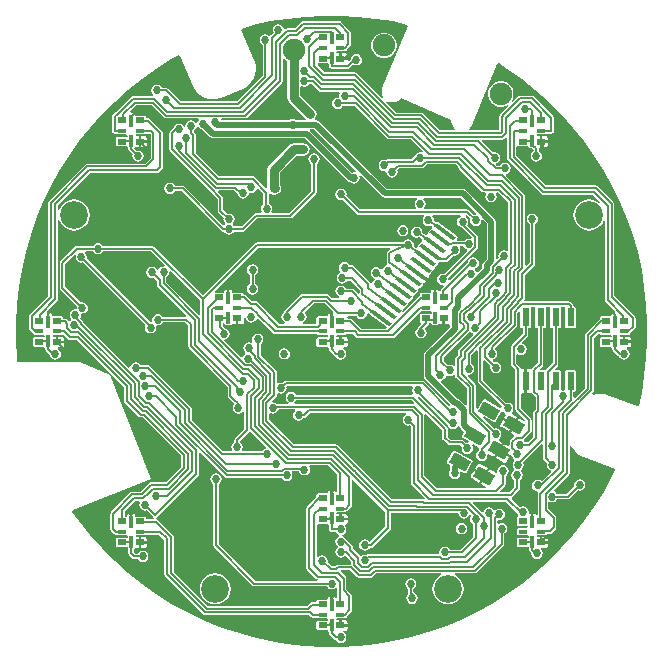
<source format=gbl>
%FSTAX23Y23*%
%MOMM*%
%SFA1B1*%

%IPPOS*%
%AMD49*
4,1,4,-0.441960,0.830580,-0.939800,-0.033020,0.441960,-0.830580,0.939800,0.033020,-0.441960,0.830580,0.0*
%
%AMD50*
4,1,4,0.693420,-0.739140,0.901700,-0.462280,-0.693420,0.739140,-0.901700,0.462280,0.693420,-0.739140,0.0*
%
%ADD26R,0.799998X0.499999*%
%ADD27R,0.799998X0.299999*%
%ADD28R,0.299999X0.999998*%
%ADD36C,0.200000*%
%ADD37C,0.499999*%
%ADD38C,0.799998*%
%ADD44C,1.899996*%
%ADD45C,2.357995*%
%ADD46C,0.687999*%
%ADD47C,0.685999*%
%ADD48C,0.685999*%
G04~CAMADD=49~9~0.0~0.0~393.7~629.9~0.0~0.0~0~0.0~0.0~0.0~0.0~0~0.0~0.0~0.0~0.0~0~0.0~0.0~0.0~60.0~740.0~653.0*
%ADD49D49*%
G04~CAMADD=50~9~0.0~0.0~137.8~787.4~0.0~0.0~0~0.0~0.0~0.0~0.0~0~0.0~0.0~0.0~0.0~0~0.0~0.0~0.0~233.0~710.0~581.0*
%ADD50D50*%
%ADD51R,0.609999X1.599997*%
%ADD52C,0.599999*%
%LNledpendantpcb-1*%
%LPD*%
G36*
X03162Y01521D02*
X0317Y01508D01*
X0467Y00377*
X04677Y00348*
X04602Y0023*
X02495*
X01713Y01013*
X01638Y01063*
X01549Y0108*
X01363*
X01317Y01185*
X01388Y01293*
X02112*
X02185Y01185*
X0234Y0108*
X02524Y01044*
X02708Y0108*
X02864Y01185*
X02968Y0134*
X02988Y01441*
X0312Y01532*
X03126*
X03162Y01521*
G37*
G36*
X-11149Y02622D02*
Y01473D01*
X-11267Y01424*
X-14003Y0416*
Y04605*
X-13894Y04677*
X-1379Y04833*
X-13754Y05017*
X-13761Y05054*
X-13644Y05117*
X-11149Y02622*
G37*
G36*
X07599Y01712D02*
X08344D01*
X08413Y01687*
X08462Y016*
Y01528*
X08399Y01486*
X07599*
X07502Y01446*
X07462Y01349*
Y00849*
X07502Y00752*
X07532Y00739*
X07567Y00594*
X07335Y00363*
X07285Y00288*
Y00285*
X07215Y00239*
X07112Y00083*
X07075Y-00099*
X07112Y-00283*
X07215Y-00439*
X07371Y-00543*
X07555Y-00579*
X07739Y-00543*
X07895Y-00439*
X07999Y-00283*
X08035Y-00099*
X07999Y00083*
X07895Y00239*
X07892Y00265*
X08163Y00535*
X08213Y0061*
X0823Y00699*
Y00712*
X08399*
X08486Y0061*
X08502Y00572*
X08599Y00532*
X08899*
X08996Y00572*
X09032Y00658*
X09099Y00645*
X09399*
Y01099*
X09599*
Y00645*
X09899*
X09913Y00648*
X1004Y00561*
Y00383*
X07927Y-01727*
X07844Y-01852*
X07815Y-01999*
Y-03799*
X07844Y-03946*
X07927Y-04071*
X10024Y-06167*
X09987Y-06311*
X09949Y-06322*
X07863Y-04235*
X07788Y-04185*
X07699Y-04168*
X-03899*
X-03988Y-04185*
X-04064Y-04235*
X-04171Y-04344*
X-04299Y-04319*
X-04483Y-04355*
X-04526Y-04384*
X-04638Y-04324*
Y-03466*
X-04655Y-03378*
X-04705Y-03303*
X-05969Y-02041*
Y-01034*
X-0593Y-0101*
X-05826Y-00854*
X-0579Y-0067*
X-05793Y-00653*
X-05786Y-00618*
X-05804Y-00529*
X-05824Y-005*
X-05826Y-00486*
X-0593Y-0033*
X-06086Y-00226*
X-0627Y-0019*
X-06454Y-00226*
X-0661Y-0033*
X-06714Y-00486*
X-0675Y-0067*
X-06714Y-00854*
X-06694Y-00884*
X-06785Y-00975*
X-06815Y-00955*
X-06999Y-00919*
X-07183Y-00955*
X-07339Y-01059*
X-07443Y-01215*
X-07479Y-01399*
X-07443Y-01583*
X-07339Y-01739*
X-07329Y-01745*
X-07338Y-01892*
X-07439Y-01959*
X-07543Y-02115*
X-07553Y-02167*
X-07674Y-02204*
X-09074Y-00804*
X-09033Y-00666*
X-08915Y-00643*
X-08759Y-00539*
X-08655Y-00383*
X-08619Y-00199*
X-08655Y-00015*
X-08759Y00139*
X-08915Y00243*
X-0904Y00268*
X-09218Y00445*
Y00697*
X-09091Y00702*
X-09012Y0061*
X-08996Y00572*
X-08899Y00532*
X-08599*
X-08502Y00572*
X-08466Y00658*
X-08399Y00645*
X-08099*
Y01099*
X-07899*
Y00645*
X-07599*
X-07521Y00661*
X-07455Y00705*
X-07411Y00771*
X-07395Y00849*
Y0113*
X-07268Y01143*
X-07243Y01016*
X-07139Y00859*
X-06983Y00755*
X-06799Y00719*
X-06615Y00755*
X-06459Y00859*
X-06355Y01016*
X-06346Y01061*
X-06225Y01097*
X-04963Y-00163*
X-04888Y-00213*
X-04799Y-0023*
X-01253*
X-01246Y-00246*
X-01149Y-00286*
X-00404*
X-00335Y-00311*
X-00286Y-00398*
Y-0047*
X-00349Y-00512*
X-01149*
X-01246Y-00552*
X-01286Y-00649*
Y-01149*
X-01246Y-01246*
X-01149Y-01286*
X-00349*
X-00262Y-01388*
X-00246Y-01426*
X-0023Y-01433*
Y-01524*
X-00213Y-01612*
X-00163Y-01687*
X00216Y-02068*
X00291Y-02118*
X00344Y-02128*
X00421Y-02244*
X00577Y-02348*
X00762Y-02384*
X00945Y-02348*
X01101Y-02244*
X01205Y-02088*
X01241Y-01905*
X01205Y-0172*
X01101Y-01564*
X00974Y-0148*
X01006Y-01353*
X01149*
X01227Y-01337*
X01293Y-01293*
X01337Y-01227*
X01353Y-01149*
Y-00999*
X00749*
Y-00899*
X00649*
Y-00445*
X00434*
X00391Y-00384*
X00392Y-00377*
X00447Y-00286*
X01149*
X01246Y-00246*
X01253Y-0023*
X01841*
X021Y-0049*
X02175Y-0054*
X02264Y-00557*
X05172*
X05261Y-0054*
X05336Y-0049*
X07556Y01729*
X07599Y01712*
G37*
G36*
X00111Y0166D02*
X00099Y01632D01*
Y00829*
X-00099*
Y01533*
X-00149*
X-00227Y01517*
X-00293Y01473*
X-00337Y01407*
X-00353Y01329*
Y01286*
X-01149*
X-01246Y01246*
X-01286Y01149*
Y00649*
X-01299Y0063*
X-02392*
X-02415Y00755*
X-02259Y00859*
X-02155Y01016*
X-02119Y01199*
X-02155Y01383*
X-02259Y01539*
X-02266Y01605*
X-01503Y02368*
X-00595*
X00111Y0166*
G37*
G36*
X-21651Y0644D02*
X-21679Y06299D01*
X-21643Y06115*
X-21539Y05959*
X-21383Y05855*
X-21199Y05819*
X-21071Y05844*
X-15755Y00528*
X-15768Y00508*
X-15805Y00324*
X-15768Y0014*
X-15664Y-00014*
X-15509Y-00118*
X-15325Y-00154*
X-15141Y-00118*
X-14986Y-00014*
X-14881Y0014*
X-14845Y00324*
X-14864Y00422*
X-14756Y0053*
X-14699Y00519*
X-14515Y00555*
X-14359Y00659*
X-14287Y00768*
X-12395*
X-1213Y00503*
Y-01261*
X-12113Y-0135*
X-12063Y-01425*
X-08801Y-04686*
Y-05436*
X-08784Y-05524*
X-08734Y-05599*
X-08399Y-05934*
X-08377Y-05949*
X-08232Y-06093*
X-08239Y-06159*
X-08343Y-06315*
X-08379Y-06499*
X-08343Y-06683*
X-08239Y-06839*
X-08083Y-06943*
X-07899Y-06979*
X-07715Y-06943*
X-07559Y-06839*
X-07509Y-06764*
X-07382Y-06802*
Y-08255*
X-08163Y-09035*
X-08213Y-0911*
X-0823Y-09199*
Y-09387*
X-08339Y-09459*
X-08443Y-09615*
X-08479Y-09799*
X-08443Y-09983*
X-08404Y-10041*
X-08472Y-10168*
X-09203*
X-11841Y-0753*
Y-06564*
X-11858Y-06475*
X-11908Y-064*
X-15373Y-02935*
X-15448Y-02885*
X-15537Y-02868*
X-16187*
X-16259Y-02759*
X-16415Y-02655*
X-16599Y-02619*
X-16783Y-02655*
X-16939Y-02759*
X-17043Y-02915*
X-17066Y-03033*
X-17204Y-03074*
X-20997Y00716*
Y00736*
X-21014Y00824*
X-21064Y00899*
X-21305Y0114*
X-21255Y01215*
X-21219Y01399*
X-21226Y01436*
X-21136Y01526*
X-21099Y01519*
X-20915Y01555*
X-20759Y01659*
X-20655Y01815*
X-20619Y01999*
X-20655Y02183*
X-20759Y02339*
X-20915Y02443*
X-21099Y02479*
X-21227Y02454*
X-22568Y03795*
Y05703*
X-21768Y06502*
X-21651Y0644*
G37*
G36*
X05002Y06946D02*
X04771Y06792D01*
X04754Y06775*
X04735Y06763*
X04723Y06744*
X04707Y06728*
X04699Y06707*
X04685Y06688*
X04681Y06665*
X04672Y06644*
Y06621*
X04668Y06599*
Y05899*
X0467Y05885*
X04669Y0587*
X04679Y05842*
X04685Y0581*
X04693Y05798*
X04699Y05785*
X04718Y05761*
X04724Y05753*
X04704Y05646*
X04681Y05615*
X04576Y05594*
X04421Y0549*
X04316Y05334*
X04303Y05267*
X04168Y0524*
X04119Y05314*
X03964Y05418*
X0378Y05454*
X03596Y05418*
X0344Y05314*
X03336Y05158*
X033Y04974*
X03336Y0479*
X0344Y04635*
X03596Y0453*
X03613Y04527*
X0364Y04392*
X03559Y04339*
X03455Y04183*
X03439Y04102*
X03338Y04091*
X03308Y04094*
X03263Y04163*
X01863Y05563*
X01788Y05613*
X01699Y0563*
X01511*
X01439Y05739*
X01283Y05843*
X01099Y05879*
X00915Y05843*
X00759Y05739*
X00655Y05583*
X00619Y05399*
X00655Y05215*
X00747Y05078*
X00721Y04944*
X00715Y04943*
X00559Y04839*
X00455Y04683*
X00419Y04499*
X00455Y04315*
X00559Y04159*
X00715Y04055*
X00899Y04019*
X01083Y04055*
X01239Y04159*
X01311Y04268*
X01603*
X02368Y03503*
Y03237*
X02269Y03185*
X0225Y03182*
X02244*
X01863Y03563*
X01788Y03613*
X01699Y0363*
X01211*
X01139Y03739*
X00983Y03843*
X00799Y03879*
X00615Y03843*
X00459Y03739*
X00355Y03583*
X00319Y03399*
X00355Y03215*
X00459Y03059*
X00615Y02955*
X00592Y0283*
X00057*
X-002Y0309*
X-00275Y0314*
X-00364Y03157*
X-02472*
X-02561Y0314*
X-02636Y0309*
X-03963Y01763*
X-04013Y01688*
X-04028Y01613*
X-04139Y01539*
X-04243Y01383*
X-04279Y01199*
X-04243Y01016*
X-04139Y00859*
X-03983Y00755*
X-04006Y0063*
X-04403*
X-06262Y0249*
X-06337Y0254*
X-06426Y02557*
X-06731*
X-07235Y03063*
X-0731Y03113*
X-07399Y0313*
X-07462*
Y03149*
X-07502Y03246*
X-07599Y03286*
X-08395*
Y03329*
X-08411Y03407*
X-08455Y03473*
X-08521Y03517*
X-08599Y03533*
X-08649*
Y02829*
X-08849*
Y03533*
X-08899*
X-08977Y03517*
X-09043Y03473*
X-09087Y03407*
X-09103Y03329*
Y03286*
X-09843*
X-09895Y03413*
X-06241Y07068*
X04965*
X05002Y06946*
G37*
G36*
X11259Y07059D02*
X11415Y06955D01*
X11467Y06945*
X11504Y06824*
X09533Y04853*
X09399Y04879*
X09215Y04843*
X09059Y04739*
X08955Y04583*
X08919Y04399*
X08955Y04215*
X09059Y04059*
X09215Y03955*
X09399Y03919*
X09415Y03922*
X09478Y03805*
X09285Y03613*
X09235Y03538*
X09218Y03449*
Y03404*
X09091Y03391*
X09087Y03407*
X09043Y03473*
X08977Y03517*
X08899Y03533*
X08849*
Y02829*
X08649*
Y03533*
X08599*
X08521Y03517*
X08455Y03473*
X08411Y03407*
X08395Y03329*
Y03286*
X07599*
X07502Y03246*
X07462Y03149*
Y02989*
X0608Y01607*
X05984Y0169*
X06013Y01729*
X06039Y01831*
X06027Y01851*
X0611Y01961*
X06133Y01955*
X06223Y02009*
X06434Y02288*
X0646Y0239*
X06448Y02411*
X06531Y0252*
X06554Y02514*
X06645Y02568*
X06855Y02847*
X06882Y02949*
X0687Y0297*
X06952Y03079*
X06975Y03073*
X07066Y03127*
X07277Y03406*
X07303Y03508*
X07291Y03529*
X07374Y03638*
X07397Y03632*
X07487Y03686*
X07698Y03965*
X07711Y04015*
X07728Y04068*
X07779Y04097*
X07834Y04128*
X07902Y04152*
X07962Y04205*
X08007Y04265*
X07045Y04989*
X07166Y05149*
X08128Y04425*
X08172Y04484*
X08207Y04556*
X08211Y04628*
X08225Y0469*
X0824Y04747*
X08286Y04778*
X0833Y04804*
X0854Y05083*
X08567Y05185*
X08555Y05207*
X08637Y05316*
X0866Y0531*
X08751Y05363*
X08962Y05643*
X08988Y05744*
X08995Y05773*
X09063Y05868*
X09699*
X09788Y05885*
X09863Y05935*
X10338Y06411*
X10424Y06394*
X10608Y0643*
X10764Y06534*
X10868Y0669*
X10904Y06874*
X10868Y07058*
X10838Y07102*
X10898Y07214*
X11156*
X11259Y07059*
G37*
G36*
X-03095Y-06731D02*
X-03139Y-06759D01*
X-03243Y-06915*
X-03279Y-07099*
X-03243Y-07283*
X-03139Y-07439*
X-02983Y-07543*
X-02799Y-07579*
X-02615Y-07543*
X-02459Y-07439*
X-02387Y-0733*
X-02299*
X-0221Y-07313*
X-02135Y-07263*
X-01803Y-0693*
X06292*
X06315Y-07055*
X06159Y-07159*
X06055Y-07315*
X06019Y-07499*
X06055Y-07683*
X06159Y-07839*
X06315Y-07943*
X06499Y-07979*
X06627Y-07954*
X06741Y-08068*
Y-12872*
X06758Y-12961*
X06808Y-13036*
X0788Y-14107*
X07819Y-14224*
X07817Y-14224*
X05107*
X02574Y-11691*
X02543Y-11646*
X02106Y-11208*
X01292Y-10394*
X01246Y-10364*
X00525Y-09643*
X0045Y-09593*
X00362Y-09575*
X-03195*
X-05285Y-07486*
Y-06973*
X-05173Y-06913*
X-05129Y-06943*
X-04945Y-06979*
X-04761Y-06943*
X-04605Y-06839*
X-04501Y-06683*
X-04486Y-06604*
X-03134*
X-03095Y-06731*
G37*
G36*
X11744Y09527D02*
X11719Y09399D01*
X11755Y09215*
X11859Y09059*
X12015Y08955*
X12199Y08919*
X12383Y08955*
X12539Y09059*
X12643Y09215*
X12679Y09399*
X12797Y09457*
X13115Y0914*
Y0614*
X12879Y05905*
X12796Y0578*
X12767Y05633*
Y05391*
X12374Y04998*
X12252Y05035*
X12243Y05083*
X12151Y0522*
X12177Y05354*
X12183Y05355*
X12339Y05459*
X12443Y05615*
X12479Y05799*
X12443Y05983*
X12339Y06139*
X12183Y06243*
X11999Y06279*
X11815Y06243*
X11659Y06139*
X11555Y05983*
X1153Y05858*
X10535Y04863*
X09993Y0432*
X09876Y04383*
X09879Y04399*
X09855Y0452*
X12334Y06999*
X12384Y07074*
X12401Y07162*
Y08028*
X12384Y08117*
X12334Y08192*
X1149Y09036*
X11543Y09115*
X11579Y09299*
X11543Y09483*
X11439Y09639*
X1135Y09698*
X11378Y09832*
X1143Y09841*
X11744Y09527*
G37*
G36*
X06996Y-06023D02*
X06935Y-06139D01*
X06934Y-06141*
X-03133*
X-03172Y-06014*
X-03059Y-05939*
X-02987Y-0583*
X06803*
X06996Y-06023*
G37*
G36*
X15987Y01674D02*
Y00399D01*
X16027Y00302*
X16124Y00262*
X16198*
Y-00173*
X15235Y-01135*
X15185Y-0121*
X15168Y-01299*
Y-02772*
X15185Y-02861*
X15235Y-02936*
X15568Y-03268*
Y-06599*
X15585Y-06688*
X15635Y-06763*
X16347Y-07474*
X16269Y-07576*
X15877Y-07349*
X15525Y-07959*
X15173Y-08569*
X15465Y-08737*
X15479Y-08892*
X15135Y-09235*
X15085Y-0931*
X15068Y-09399*
Y-09642*
X14958Y-09705*
X14627Y-09514*
X14325Y-10037*
X15109Y-1049*
X15241Y-10512*
X15255Y-10583*
X15359Y-10739*
X1546Y-10806*
X15469Y-10953*
X15459Y-10959*
X15355Y-11115*
X15319Y-11299*
X15355Y-11483*
X15459Y-11639*
X15469Y-11645*
X1546Y-11792*
X15359Y-11859*
X15255Y-12015*
X15219Y-12199*
X15255Y-12383*
X15359Y-12539*
X15468Y-12611*
Y-13203*
X15055Y-13616*
X14276*
X14227Y-13498*
X14663Y-13063*
X14713Y-12988*
X1473Y-12899*
Y-12211*
X14839Y-12139*
X14943Y-11983*
X14979Y-11799*
X14943Y-11615*
X14839Y-11459*
X14683Y-11355*
X14499Y-11319*
X14315Y-11355*
X14159Y-11459*
X14055Y-11615*
X14019Y-11799*
X14042Y-11917*
X13929Y-11998*
X13377Y-11679*
X13025Y-12289*
X12673Y-12899*
X13092Y-13141*
X13058Y-13268*
X08895*
X07857Y-1223*
Y-07064*
X07859Y-07063*
X07975Y-07002*
X09368Y-08395*
Y-08999*
X09385Y-09088*
X09435Y-09163*
X09835Y-09563*
X0991Y-09613*
X09999Y-0963*
X10903*
X11042Y-09769*
X11016Y-09902*
X11052Y-10086*
X11156Y-10242*
X11312Y-10346*
X11496Y-10382*
X1168Y-10346*
X11836Y-10242*
X1194Y-10086*
X11976Y-09902*
X1194Y-09718*
X11875Y-09621*
X11964Y-09526*
X124Y-09777*
X12479Y-09871*
X1247Y-09952*
X12468Y-09966*
Y-10087*
X12359Y-1016*
X12255Y-10315*
X12219Y-10499*
X12255Y-10683*
X12359Y-10839*
X12515Y-10943*
X127Y-10979*
X12883Y-10943*
X13039Y-10839*
X13143Y-10683*
X13179Y-10499*
X13168Y-10445*
X13282Y-10363*
X1375Y-10634*
X14102Y-10024*
X14454Y-09414*
X14159Y-09244*
X14154Y-09095*
X14239Y-09039*
X14343Y-08883*
X14379Y-08699*
X14343Y-08515*
X14239Y-08359*
X14083Y-08255*
X13899Y-08219*
X13771Y-08244*
X12787Y-0726*
X12864Y-07159*
X13734Y-07661*
X13838Y-07675*
X13922Y-07611*
X14378Y-0682*
X14528Y-06815*
X1456Y-06864*
X14716Y-06968*
X14763Y-07071*
X14619Y-0732*
X15402Y-07772*
X15704Y-07249*
X15245Y-06985*
X15253Y-06843*
X15343Y-06708*
X1538Y-06524*
X15343Y-06341*
X1524Y-06185*
X15084Y-06081*
X149Y-06044*
X14793Y-06065*
X1283Y-04103*
Y-02506*
X12948Y-02457*
X13444Y-02954*
X13421Y-03073*
X13457Y-03257*
X13561Y-03413*
X13717Y-03517*
X13901Y-03553*
X14085Y-03517*
X14241Y-03413*
X14345Y-03257*
X14381Y-03073*
X14345Y-02889*
X14241Y-02733*
X14085Y-02629*
X13901Y-02593*
X13765Y-0262*
X13645Y-025*
X13682Y-02378*
X13733Y-02368*
X13889Y-02264*
X13993Y-02108*
X1403Y-01924*
X13993Y-0174*
X13889Y-01585*
X13849Y-01558*
Y-01397*
X15663Y00416*
X15713Y00491*
X1573Y00579*
Y01583*
X15869Y01722*
X15987Y01674*
G37*
G36*
X18527Y01999D02*
Y00399D01*
X18567Y00302*
X18664Y00262*
X18738*
Y-02677*
X1819Y-03225*
X18101Y-03302*
X18004Y-03262*
X17704*
X17655Y-03144*
X17863Y-02937*
X17913Y-02862*
X1793Y-02773*
Y00262*
X18004*
X18101Y00302*
X18141Y00399*
Y01999*
X18189Y0207*
X18479*
X18527Y01999*
G37*
G36*
X10468Y-03674D02*
Y-03761D01*
X10485Y-0385*
X10535Y-03925*
X11445Y-04834*
Y-06215*
X11327Y-06264*
X10869Y-05806*
X10745Y-05723*
X10647Y-05703*
X09243Y-043*
X09285Y-04162*
X09383Y-04143*
X09539Y-04039*
X09643Y-03883*
X09661Y-03792*
X09802Y-03734*
X09815Y-03743*
X09999Y-03779*
X10183Y-03743*
X10339Y-03639*
X10341Y-03636*
X10468Y-03674*
G37*
G36*
X12368Y-01649D02*
Y-04199D01*
X12385Y-04288*
X12435Y-04363*
X14404Y-06331*
X14386Y-06436*
X14264Y-06495*
X12986Y-05757*
X12881Y-05743*
X12798Y-05807*
X12361Y-06563*
X12234Y-06529*
Y-04603*
X12217Y-04514*
X12167Y-04439*
X1152Y-03793*
X11583Y-03676*
X11599Y-03679*
X11783Y-03643*
X11939Y-03539*
X12043Y-03383*
X12079Y-03199*
X12043Y-03015*
X11939Y-02859*
X1183Y-02787*
Y-0202*
X1225Y-016*
X12368Y-01649*
G37*
G36*
X11915Y-00143D02*
X11961Y-00152D01*
X11997Y-00273*
X10781Y-01489*
X10731Y-01564*
X10714Y-01653*
Y-02015*
X10535Y-02193*
X10485Y-02268*
X10468Y-02357*
Y-02924*
X10341Y-02962*
X10339Y-02959*
X10183Y-02855*
X09999Y-02819*
X09871Y-02844*
X0953Y-02503*
Y-02195*
X11639Y-00087*
X11759Y-00039*
X11915Y-00143*
G37*
G36*
X06894Y-04757D02*
X06855Y-04815D01*
X06819Y-04999*
X06855Y-05183*
X06894Y-05241*
X06826Y-05368*
X-02987*
X-03059Y-05259*
X-03215Y-05155*
X-03399Y-05119*
X-03583Y-05155*
X-03739Y-05259*
X-03843Y-05415*
X-03879Y-05599*
X-03843Y-05783*
X-03739Y-05939*
X-03626Y-06014*
X-03665Y-06141*
X-04634*
X-04761Y-06055*
X-04945Y-06019*
X-04997Y-06029*
X-0506Y-05912*
X-04706Y-05559*
X-04656Y-05483*
X-04639Y-05395*
Y-05273*
X-04527Y-05213*
X-04483Y-05243*
X-04299Y-05279*
X-04115Y-05243*
X-03959Y-05139*
X-03855Y-04983*
X-03819Y-04799*
X-03829Y-04747*
X-0373Y-0463*
X06826*
X06894Y-04757*
G37*
G36*
X-16213Y-14471D02*
X-16243Y-14515D01*
X-16279Y-14699*
X-16243Y-14883*
X-16139Y-15039*
X-15983Y-15143*
X-15799Y-15179*
X-15671Y-15154*
X-15113Y-15713*
X-15038Y-15763*
X-15062Y-15888*
X-15682*
Y-15819*
X-15722Y-15722*
X-15819Y-15682*
X-16615*
Y-15639*
X-16631Y-15561*
X-16675Y-15495*
X-16741Y-15451*
X-16819Y-15435*
X-16869*
Y-16139*
X-17069*
Y-15435*
X-17119*
X-17197Y-15451*
X-17263Y-15495*
X-17307Y-15561*
X-17323Y-15639*
Y-15682*
X-17488*
Y-15207*
X-1664Y-14359*
X-16273*
X-16213Y-14471*
G37*
G36*
X-0905Y-12363D02*
X-08975Y-12413D01*
X-08886Y-1243*
X-04211*
X-04139Y-12539*
X-03983Y-12643*
X-03799Y-12679*
X-03615Y-12643*
X-03459Y-12539*
X-03355Y-12383*
X-03319Y-12199*
X-03355Y-12015*
X-03385Y-11971*
X-03325Y-11859*
X-02747*
X-02743Y-11883*
X-02639Y-12039*
X-02483Y-12143*
X-02299Y-12179*
X-02115Y-12143*
X-01959Y-12039*
X-01855Y-11883*
X-01819Y-11699*
X-01855Y-11515*
X-01883Y-11473*
X-01815Y-11346*
X-00274*
X00468Y-1209*
Y-13594*
X00341Y-13607*
X00337Y-13591*
X00293Y-13525*
X00227Y-13481*
X00149Y-13465*
X00099*
Y-14169*
X-00099*
Y-13465*
X-00149*
X-00227Y-13481*
X-00293Y-13525*
X-00337Y-13591*
X-00353Y-13669*
Y-13712*
X-01149*
X-01246Y-13752*
X-01286Y-13849*
Y-14059*
X-02063Y-14835*
X-02113Y-1491*
X-0213Y-14999*
Y-19999*
X-02113Y-20088*
X-02063Y-20163*
X-01288Y-20938*
X-01213Y-20988*
X-01194Y-20992*
X-01206Y-21119*
X-06452*
X-09541Y-1803*
Y-12893*
X-09459Y-12839*
X-09355Y-12683*
X-09319Y-12499*
X-09355Y-12315*
X-09459Y-12159*
X-09615Y-12055*
X-09799Y-12019*
X-09983Y-12055*
X-10139Y-12159*
X-10243Y-12315*
X-10279Y-12499*
X-10243Y-12683*
X-10139Y-12839*
X-10003Y-12929*
Y-18126*
X-09986Y-18215*
X-09936Y-1829*
X-06712Y-21514*
X-06637Y-21564*
X-06548Y-21581*
X-00411*
X-00339Y-2169*
X-00183Y-21794*
X0Y-2183*
X00183Y-21794*
X00339Y-2169*
X00341Y-21687*
X00468Y-21725*
Y-22594*
X00341Y-22607*
X00337Y-22591*
X00293Y-22525*
X00227Y-22481*
X00149Y-22465*
X00099*
Y-23169*
X-00099*
Y-22465*
X-00149*
X-00227Y-22481*
X-00293Y-22525*
X-00337Y-22591*
X-00353Y-22669*
Y-22712*
X-01149*
X-01246Y-22752*
X-01286Y-22849*
Y-22918*
X-01687*
X-01775Y-22935*
X-0185Y-22985*
X-02105Y-23241*
X-10468*
X-13368Y-20341*
Y-17399*
X-13385Y-1731*
X-13435Y-17235*
X-14715Y-15955*
X-1479Y-15905*
X-14879Y-15888*
X-14869Y-15765*
X-1486Y-15763*
X-14785Y-15713*
X-11314Y-12242*
X-11264Y-12167*
X-11247Y-12078*
Y-10332*
X-11129Y-10283*
X-0905Y-12363*
G37*
G36*
X17257Y01999D02*
Y00399D01*
X17297Y00302*
X17394Y00262*
X17468*
Y-02677*
X17003Y-03141*
X16977Y-0318*
X16929Y-03217*
X16823Y-03218*
X16812Y-03211*
X16734Y-03195*
X16529*
Y-04199*
Y-05203*
X16734*
X16812Y-05187*
X16823Y-0518*
X16929Y-05181*
X16977Y-05218*
X17003Y-05257*
X17268Y-05521*
Y-06616*
X17135Y-06748*
X17085Y-06823*
X17068Y-06912*
Y-08903*
X16618Y-09353*
X16368*
X16295Y-09244*
X16318Y-09107*
X16863Y-08563*
X16913Y-08488*
X1693Y-08399*
Y-07499*
X16913Y-0741*
X16863Y-07335*
X1603Y-06503*
Y-05314*
X16124Y-05203*
X16329*
Y-04199*
Y-03195*
X16124*
X16036Y-03173*
X16016Y-03097*
X16013Y-03083*
X15963Y-03008*
X1563Y-02676*
Y-0198*
X15757Y-01912*
X1584Y-01968*
X16024Y-02004*
X16208Y-01968*
X16364Y-01864*
X16468Y-01708*
X16504Y-01524*
X16468Y-0134*
X16364Y-01184*
X16208Y-0108*
X16138Y-01067*
X16097Y-00929*
X16593Y-00433*
X16643Y-00358*
X1666Y-00269*
Y00262*
X16734*
X16831Y00302*
X16871Y00399*
Y01999*
X16919Y0207*
X17209*
X17257Y01999*
G37*
G36*
X-05517Y-09796D02*
X-05561Y-09931D01*
X-05683Y-09955*
X-05839Y-10059*
X-05911Y-10168*
X-07526*
X-07594Y-10041*
X-07555Y-09983*
X-07519Y-09799*
X-07555Y-09615*
X-07659Y-09459*
X-07736Y-09409*
X-07745Y-09272*
X-06987Y-08515*
X-06983Y-08509*
X-06827Y-08486*
X-05517Y-09796*
G37*
G36*
X-14196Y18106D02*
X-14121Y18056D01*
X-14032Y18039*
X-11298*
X-11255Y17912*
X-11342Y17782*
X-11364Y17672*
X-11498Y17645*
X-1156Y17738*
X-11716Y17842*
X-11899Y17878*
X-12082Y17842*
X-12238Y17738*
X-12342Y17582*
X-12378Y17399*
X-12377Y17392*
X-12496Y17342*
X-1256Y17438*
X-12716Y17542*
X-12899Y17578*
X-13082Y17542*
X-13238Y17438*
X-13342Y17282*
X-13343Y17276*
X-13363Y17263*
X-13663Y16963*
X-13713Y16888*
X-1373Y16799*
Y15399*
X-13713Y1531*
X-13663Y15235*
X-10963Y12535*
X-10416Y11989*
X-09659Y11232*
Y10228*
X-09642Y10139*
X-09592Y10064*
X-09153Y09626*
X-09178Y09499*
X-09142Y09316*
X-09041Y09164*
X-09023Y09132*
Y09023*
X-09038Y09013*
X-09042Y09008*
X-09168Y08995*
X-12435Y12263*
X-1251Y12313*
X-12599Y1233*
X-13289*
X-1336Y12438*
X-13516Y12542*
X-13699Y12578*
X-13882Y12542*
X-14038Y12438*
X-14142Y12282*
X-14178Y12099*
X-14142Y11916*
X-14038Y1176*
X-13882Y11656*
X-13699Y1162*
X-13516Y11656*
X-1336Y1176*
X-13289Y11868*
X-12695*
X-09338Y08511*
X-09263Y08461*
X-09174Y08443*
X-0911*
X-09038Y08336*
X-08883Y08232*
X-08699Y08195*
X-08516Y08232*
X-08361Y08336*
X-08289Y08443*
X-07524*
X-07435Y08461*
X-0736Y08511*
X-06303Y09568*
X-03499*
X-0341Y09585*
X-03335Y09635*
X-01335Y11635*
X-01285Y1171*
X-01268Y11799*
Y14187*
X-01159Y14259*
X-01055Y14415*
X-01019Y14599*
X-01055Y14783*
X-01159Y14939*
X-01315Y15043*
X-01499Y15079*
X-01683Y15043*
X-01839Y14939*
X-01943Y14783*
X-01979Y14599*
X-01943Y14415*
X-01839Y14259*
X-0173Y14187*
Y11895*
X-03595Y1003*
X-05026*
X-05094Y10157*
X-05055Y10215*
X-05019Y10399*
X-05055Y10583*
X-05159Y10739*
X-05315Y10843*
X-05316*
Y11591*
X-05189Y11659*
X-05105Y11603*
X-04899Y11562*
X-04799*
X-04593Y11603*
X-04419Y11719*
X-04303Y11893*
X-04262Y12099*
X-04303Y12305*
X-04362Y12393*
Y13476*
X-02976Y14862*
X-02399*
X-02193Y14903*
X-02019Y15019*
X-01903Y15193*
X-01862Y15399*
X-01903Y15605*
X-02019Y15779*
X-02193Y15895*
X-02399Y15936*
X-03199*
X-03405Y15895*
X-03579Y15779*
X-05279Y14079*
X-05395Y13905*
X-05436Y13699*
Y12151*
X-05563Y12098*
X-06528Y13063*
X-06604Y13113*
X-06691Y1313*
X-09516*
X-11498Y15113*
Y16635*
X-11515Y16724*
X-11565Y16799*
X-11641Y16874*
X-11631Y17013*
X-1156Y1706*
X-11456Y17216*
X-11434Y17326*
X-113Y17353*
X-11238Y1726*
X-11082Y17156*
X-1098Y17136*
X-10292Y16448*
X-10167Y16365*
X-1002Y16336*
X-02279*
X01327Y12727*
X01452Y12644*
X01599Y12615*
X01626*
X01715Y12555*
X01899Y12519*
X02083Y12555*
X02239Y12659*
X02343Y12815*
X02379Y12999*
X02355Y1312*
X02472Y13182*
X04227Y11427*
X04352Y11344*
X04499Y11315*
X07194*
X07233Y11188*
X07159Y11139*
X07055Y10983*
X07019Y10799*
X07055Y10615*
X07159Y10459*
X07162Y10457*
X07124Y1033*
X02395*
X01254Y11471*
X01279Y11599*
X01243Y11783*
X01139Y11939*
X00983Y12043*
X00799Y12079*
X00615Y12043*
X00459Y11939*
X00355Y11783*
X00319Y11599*
X00355Y11415*
X00459Y11259*
X00615Y11155*
X00799Y11119*
X00927Y11144*
X02135Y09935*
X0221Y09885*
X02299Y09868*
X07824*
X07862Y09741*
X07859Y09739*
X07755Y09583*
X07719Y09399*
X07755Y09215*
X07859Y09059*
X08015Y08955*
X08199Y08919*
X08383Y08955*
X08411Y08975*
X0853Y08894*
X08534Y08864*
X08499Y08742*
X08409Y08689*
X08198Y08409*
X08172Y08307*
X08184Y08287*
X08101Y08177*
X08078Y08183*
X07994Y08134*
X07671Y08356*
X07679Y08399*
X07643Y08583*
X07539Y08739*
X07383Y08843*
X07199Y08879*
X07015Y08843*
X06859Y08739*
X06755Y08583*
X06719Y08399*
X06755Y08215*
X06859Y08059*
X07015Y07955*
X07199Y07919*
X07383Y07955*
X0741Y07973*
X07659Y07802*
X07669Y07744*
X07657Y07624*
X07566Y07571*
X07355Y07291*
X07329Y07189*
X0723Y07106*
X07146Y07094*
X06966Y07232*
X06979Y07299*
X06943Y07483*
X06839Y07639*
X06683Y07743*
X06499Y07779*
X06315Y07743*
X06159Y07639*
X06087Y0753*
X-06337*
X-06426Y07513*
X-06501Y07463*
X-10918Y03045*
X-15035Y07163*
X-1511Y07213*
X-15199Y0723*
X-19387*
X-19459Y07339*
X-19615Y07443*
X-19799Y07479*
X-19983Y07443*
X-20139Y07339*
X-20211Y0723*
X-21599*
X-21688Y07213*
X-21763Y07163*
X-22963Y05963*
X-23013Y05888*
X-2303Y05799*
Y03699*
X-23013Y0361*
X-22963Y03535*
X-21554Y02127*
X-21579Y01999*
X-21572Y01962*
X-21662Y01872*
X-21699Y01879*
X-21883Y01843*
X-22039Y01739*
X-22143Y01583*
X-22179Y01399*
X-22143Y01215*
X-22039Y01059*
X-22029Y01053*
X-22038Y00906*
X-22139Y00839*
X-22276Y00861*
X-22427Y01013*
X-22502Y01063*
X-22591Y0108*
X-22712*
Y01149*
X-22752Y01246*
X-22849Y01286*
X-23645*
Y01329*
X-23661Y01407*
X-23705Y01473*
X-23771Y01517*
X-23849Y01533*
X-23899*
Y00829*
X-24099*
Y01632*
X-24111Y0166*
X-23235Y02535*
X-23185Y0261*
X-23168Y02699*
Y09424*
X-23041Y0945*
X-22935Y09194*
X-22725Y08922*
X-22453Y08712*
X-22135Y08581*
X-21794Y08536*
X-21453Y08581*
X-21135Y08712*
X-20863Y08922*
X-20653Y09194*
X-20522Y09512*
X-20477Y09853*
X-20522Y10194*
X-20653Y10512*
X-20863Y10784*
X-21135Y10994*
X-21453Y11125*
X-21794Y1117*
X-22135Y11125*
X-22453Y10994*
X-22725Y10784*
X-22935Y10512*
X-23041Y10256*
X-23168Y10282*
Y10703*
X-20469Y13402*
X-14765*
X-14676Y13419*
X-14601Y13469*
X-14335Y13735*
X-14285Y1381*
X-14268Y13899*
Y16799*
X-14285Y16888*
X-14335Y16963*
X-15355Y17983*
X-1543Y18034*
X-15519Y1805*
X-15682*
Y18119*
X-15722Y18216*
X-15819Y18256*
X-16615*
Y18299*
X-16631Y18377*
X-16675Y18443*
X-16741Y18487*
X-16819Y18503*
X-17026*
X-17078Y1863*
X-1657Y19139*
X-15228*
X-14196Y18106*
G37*
G36*
X04554Y-15251D02*
Y-16517D01*
X03278Y-17793*
X03151Y-17781*
X03138Y-1776*
X02982Y-17656*
X02799Y-1762*
X02616Y-17656*
X0246Y-1776*
X02356Y-17916*
X0232Y-18099*
X02356Y-18282*
X0246Y-18438*
X02616Y-18542*
X02799Y-18578*
X02982Y-18542*
X03138Y-18438*
X03209Y-1833*
X03299*
X03388Y-18313*
X03463Y-18263*
X04949Y-16777*
X04999Y-16702*
X05016Y-16613*
Y-15386*
X10708*
X10719Y-15399*
X10755Y-15583*
X10859Y-15739*
X11015Y-15843*
X11199Y-15879*
X11383Y-15843*
X11539Y-15739*
X11643Y-15583*
X11645Y-15572*
X11773Y-15533*
X11834Y-15597*
X11755Y-15715*
X11719Y-15899*
X11755Y-16083*
X11859Y-16239*
X11968Y-16311*
Y-17429*
X10929Y-18468*
X10011*
X09939Y-18359*
X09783Y-18255*
X09599Y-18219*
X09415Y-18255*
X09259Y-18359*
X09155Y-18515*
X09119Y-18699*
X09133Y-18769*
X09052Y-18868*
X03099*
X0301Y-18885*
X02935Y-18935*
X02926Y-18945*
X02799Y-1892*
X02616Y-18956*
X02463Y-19059*
X0246Y-19057*
X0241Y-18982*
X01801Y-18374*
Y-18262*
X01784Y-18174*
X01734Y-18099*
X01228Y-17593*
X01139Y-17459*
X00983Y-17355*
X00916Y-17342*
Y-17212*
X00945Y-17207*
X01101Y-17103*
X01205Y-16947*
X01241Y-16764*
X01205Y-16579*
X01138Y-1648*
X01141Y-16449*
X01193Y-16344*
X01227Y-16337*
X01293Y-16293*
X01337Y-16227*
X01353Y-16149*
Y-15999*
X00749*
Y-15899*
X00649*
Y-15445*
X00434*
X00391Y-15384*
X00392Y-15377*
X00447Y-15286*
X01149*
X01246Y-15246*
X01258Y-15219*
X01288Y-15213*
X01363Y-15163*
X01663Y-14863*
X01713Y-14788*
X0173Y-14699*
Y-12594*
X01848Y-12545*
X04554Y-15251*
G37*
G36*
X-00286Y-16328D02*
Y-16329D01*
X-00246Y-16426*
X-0023Y-16433*
Y-16764*
X-00213Y-16852*
X-00163Y-16927*
X-00088Y-16977*
X0Y-16994*
X00349*
X00421Y-17103*
X00577Y-17207*
X00644Y-1722*
Y-1735*
X00615Y-17355*
X00459Y-17459*
X00355Y-17615*
X00319Y-17799*
X00355Y-17983*
X00459Y-18139*
X0051Y-18173*
Y-18325*
X00459Y-18359*
X00355Y-18515*
X00319Y-18699*
X00355Y-18883*
X00459Y-19039*
X00615Y-19143*
X00799Y-19179*
X00983Y-19143*
X01139Y-19039*
X01205Y-19032*
X01671Y-19498*
Y-19716*
X01641Y-19741*
X00534*
X00445Y-19758*
X0037Y-19808*
X0029Y-19889*
X00008*
X-00362Y-19516*
X-00344Y-19425*
X-00381Y-19241*
X-00484Y-19085*
X-0064Y-18981*
X-00824Y-18945*
X-01008Y-18981*
X-01141Y-1907*
X-01268Y-1903*
Y-16375*
X-01149Y-16286*
X-00349*
X-00286Y-16328*
G37*
G36*
X-03967Y23031D02*
X-03742Y22858D01*
X-03736Y22856*
Y19799*
X-03695Y19593*
X-03579Y19419*
X-02179Y18019*
X-02166Y1801*
X-02204Y17883*
X-03026*
X-03115Y17943*
X-03299Y17979*
X-03483Y17943*
X-03571Y17883*
X-09364*
X-09381Y17912*
X-09309Y18039*
X-07328*
X-07239Y18056*
X-07164Y18106*
X-04212Y21058*
X-04162Y21133*
X-04145Y21222*
Y23053*
X-04018Y23097*
X-03967Y23031*
G37*
G36*
X02247Y26656D02*
X03739Y26488D01*
X05218Y26237*
X06399Y25967*
X06458Y25854*
X04274Y20581*
X04269Y20556*
X04259Y20532*
X04234Y20407*
Y20381*
X04229Y20356*
Y20228*
X04234Y20203*
Y20178*
X04259Y20052*
X04269Y20029*
X04274Y20004*
X04323Y19885*
X0423Y19801*
X04226Y19799*
X02163Y21863*
X02088Y21913*
X01999Y2193*
X-00603*
X-01189Y22517*
X-01185Y2268*
X-01149Y22712*
X-00349*
X-00262Y2261*
X-00246Y22572*
X-0023Y22565*
Y22479*
X-00213Y22389*
X-00163Y22314*
X-00088Y22264*
X0Y22247*
X0137*
X01459Y22264*
X01534Y22314*
X01831Y22612*
X01915Y22555*
X02099Y22519*
X02283Y22555*
X02439Y22659*
X02543Y22815*
X02579Y22999*
X02543Y23183*
X02439Y23339*
X02283Y23443*
X02099Y23479*
X01915Y23443*
X01759Y23339*
X01655Y23183*
X01632Y23068*
X0148Y22915*
X01353Y22968*
Y22999*
X00749*
Y23099*
X00649*
Y23553*
X00434*
X00391Y23614*
X00392Y23622*
X00447Y23712*
X01149*
X01246Y23752*
X01286Y23849*
Y23859*
X01563Y24135*
X01613Y2421*
X0163Y24299*
Y25299*
X01613Y25388*
X01563Y25463*
X00832Y26194*
X00757Y26244*
X00668Y26261*
X-0243*
X-02519Y26244*
X-02594Y26194*
X-0313Y25657*
X-03764*
X-03853Y2564*
X-03905Y25605*
X-03987Y25622*
X-04044Y25654*
X-04056Y25709*
X-0416Y25865*
X-04315Y25969*
X-04499Y26005*
X-04683Y25969*
X-04839Y25865*
X-04943Y25709*
X-04979Y25525*
X-04943Y25341*
X-04919Y25306*
X-05163Y25062*
X-05285Y25015*
X-05327Y25043*
X-05441Y25119*
X-05624Y25155*
X-05808Y25119*
X-05964Y25015*
X-06068Y24859*
X-06105Y24675*
X-06068Y24491*
X-05964Y24336*
X-05832Y24248*
Y21655*
X-08005Y19482*
X-12755*
X-13249Y19977*
X-13264Y19999*
X-13828Y20563*
X-13903Y20613*
X-13991Y2063*
X-14387*
X-14459Y20739*
X-14615Y20843*
X-14799Y20879*
X-14983Y20843*
X-15139Y20739*
X-15243Y20583*
X-15279Y20399*
X-15243Y20215*
X-15139Y20059*
X-15133Y20055*
X-15171Y19928*
X-16801*
X-16891Y19911*
X-16965Y19861*
X-18257Y18569*
X-18302Y1856*
X-18377Y1851*
X-1851Y18377*
X-1856Y18302*
X-18577Y18213*
Y16969*
X-1856Y1688*
X-1851Y16805*
X-18435Y16755*
X-18346Y16738*
X-18223*
X-18216Y16722*
X-18119Y16682*
X-17374*
X-17305Y16657*
X-17256Y1657*
Y16498*
X-17319Y16456*
X-18119*
X-18216Y16416*
X-18256Y16319*
Y15819*
X-18216Y15722*
X-18119Y15682*
X-17319*
X-17232Y1558*
X-17216Y15542*
X-172Y15535*
Y15445*
X-17183Y15356*
X-17133Y15281*
X-16837Y14986*
X-16862Y14859*
X-16826Y14674*
X-16722Y14518*
X-16566Y14414*
X-16383Y14378*
X-16198Y14414*
X-16042Y14518*
X-15938Y14674*
X-15902Y14859*
X-15938Y15042*
X-16042Y15198*
X-16198Y15302*
X-16383Y15338*
X-1651Y15313*
X-16698Y15501*
X-16635Y15618*
X-16619Y15615*
X-16319*
Y16069*
Y16523*
X-16534*
X-16577Y16584*
X-16576Y16591*
X-16521Y16682*
X-15819*
X-15722Y16722*
X-15715Y16738*
X-15365*
X-1533Y16703*
Y14695*
X-15834Y14191*
X-20709*
X-20798Y14174*
X-20873Y14124*
X-23963Y11034*
X-24013Y10959*
X-2403Y1087*
Y02995*
X-25563Y01463*
X-25613Y01388*
X-2563Y01299*
Y00299*
X-25613Y0021*
X-25563Y00135*
X-25286Y-00139*
Y-00149*
X-25246Y-00246*
X-25149Y-00286*
X-24404*
X-24335Y-00311*
X-24286Y-00398*
Y-0047*
X-24349Y-00512*
X-25149*
X-25246Y-00552*
X-25286Y-00649*
Y-01149*
X-25246Y-01246*
X-25149Y-01286*
X-24349*
X-24262Y-01388*
X-24246Y-01426*
X-2423Y-01433*
Y-01526*
X-24213Y-01615*
X-24163Y-0169*
X-23862Y-0199*
X-23843Y-02088*
X-23739Y-02244*
X-23583Y-02348*
X-23399Y-02384*
X-23215Y-02348*
X-23059Y-02244*
X-22955Y-02088*
X-22919Y-01905*
X-22955Y-0172*
X-23059Y-01564*
X-23186Y-0148*
X-23154Y-01353*
X-22849*
X-22771Y-01337*
X-22705Y-01293*
X-22661Y-01227*
X-22645Y-01149*
Y-00999*
X-23249*
Y-00899*
X-23349*
Y-00445*
X-23564*
X-23607Y-00384*
X-23606Y-00377*
X-23551Y-00286*
X-22849*
X-22752Y-00246*
X-2275*
X-22333Y-00663*
X-22258Y-00713*
X-22169Y-0073*
X-2159*
X-17558Y-04762*
Y-05866*
X-17541Y-05955*
X-1749Y-0603*
X-16306Y-07215*
X-1623Y-07265*
X-16142Y-07282*
X-1598*
X-1273Y-10532*
Y-11478*
X-14022Y-1277*
X-15271*
X-1536Y-12787*
X-15435Y-12837*
X-15961Y-13363*
X-15976Y-13386*
X-16159Y-1357*
X-16871*
X-1696Y-13587*
X-17035Y-13637*
X-18663Y-15265*
X-18713Y-1534*
X-1873Y-15429*
Y-16699*
X-18713Y-16788*
X-18663Y-16863*
X-18393Y-17133*
X-18318Y-17183*
X-18229Y-172*
X-18223*
X-18216Y-17216*
X-18119Y-17256*
X-17374*
X-17305Y-17281*
X-17256Y-17368*
Y-1744*
X-17319Y-17482*
X-18119*
X-18216Y-17522*
X-18256Y-17619*
Y-18119*
X-18216Y-18216*
X-18119Y-18256*
X-17319*
X-17256Y-18298*
Y-18299*
X-17216Y-18396*
X-172Y-18403*
Y-18797*
X-17183Y-18886*
X-17133Y-18961*
X-16881Y-19213*
X-16806Y-19263*
X-16717Y-1928*
X-16413*
X-16341Y-19389*
X-16185Y-19493*
X-16002Y-19529*
X-15817Y-19493*
X-15661Y-19389*
X-15557Y-19233*
X-15521Y-1905*
X-15557Y-18865*
X-15661Y-18709*
X-15817Y-18605*
X-16002Y-18569*
X-16185Y-18605*
X-16341Y-18709*
X-16413Y-18818*
X-16622*
X-16738Y-18702*
Y-18416*
X-16646Y-18318*
X-16619Y-18323*
X-16319*
Y-17869*
Y-17415*
X-16534*
X-16577Y-17354*
X-16576Y-17347*
X-16521Y-17256*
X-15819*
X-15722Y-17216*
X-15715Y-172*
X-14587*
X-14157Y-1763*
Y-20572*
X-1414Y-20661*
X-1409Y-20736*
X-10863Y-23963*
X-10788Y-24013*
X-10699Y-2403*
X-01895*
X-01763Y-24163*
X-01688Y-24213*
X-01599Y-2423*
X-01253*
X-01246Y-24246*
X-01149Y-24286*
X-00404*
X-00335Y-24311*
X-00286Y-24398*
Y-2447*
X-00349Y-24512*
X-01149*
X-01246Y-24552*
X-01286Y-24649*
Y-25149*
X-01246Y-25246*
X-01149Y-25286*
X-00349*
X-00286Y-25328*
Y-25329*
X-00246Y-25426*
X-0023Y-25433*
Y-25527*
X-00213Y-25615*
X-00163Y-2569*
X00216Y-26071*
X00291Y-26121*
X00344Y-26131*
X00421Y-26247*
X00577Y-26351*
X00762Y-26387*
X00945Y-26351*
X01101Y-26247*
X01205Y-26091*
X01241Y-25908*
X01205Y-25723*
X01101Y-25567*
X0097Y-2548*
X00991Y-25353*
X01149*
X01227Y-25337*
X01293Y-25293*
X01337Y-25227*
X01353Y-25149*
Y-24999*
X00749*
Y-24899*
X00649*
Y-24445*
X00434*
X00391Y-24384*
X00392Y-24377*
X00447Y-24286*
X01149*
X01246Y-24246*
X01286Y-24149*
Y-24139*
X01663Y-23763*
X01713Y-23688*
X0173Y-23599*
Y-22399*
X01713Y-2231*
X01663Y-22235*
X01257Y-2183*
Y-20926*
X0124Y-20837*
X0119Y-20762*
X00758Y-2033*
X0081Y-20203*
X01545*
X02128Y-20787*
X02203Y-20837*
X02292Y-20854*
X03306*
X03395Y-20837*
X0347Y-20787*
X03487Y-2077*
X03774Y-20482*
X09275*
X093Y-20609*
X09194Y-20653*
X08922Y-20863*
X08712Y-21135*
X08581Y-21453*
X08536Y-21794*
X08581Y-22135*
X08712Y-22453*
X08922Y-22725*
X09194Y-22935*
X09512Y-23066*
X09853Y-23111*
X10194Y-23066*
X10512Y-22935*
X10784Y-22725*
X10994Y-22453*
X11125Y-22135*
X1117Y-21794*
X11125Y-21453*
X10994Y-21135*
X10784Y-20863*
X10512Y-20653*
X10406Y-20609*
X10431Y-20482*
X12147*
X12236Y-20465*
X12311Y-20415*
X14563Y-18163*
X14613Y-18088*
X1463Y-17999*
Y-17111*
X14739Y-17039*
X14843Y-16883*
X14879Y-16699*
X14843Y-16515*
X14739Y-16359*
X14583Y-16256*
X14399Y-16219*
X14215Y-16256*
X14155Y-16295*
X14028Y-16227*
Y-16045*
X14127Y-15965*
X14199Y-15979*
X14383Y-15943*
X14539Y-15839*
X14643Y-15683*
X14679Y-15499*
X14643Y-15315*
X14539Y-15159*
X14383Y-15055*
X14199Y-15019*
X14015Y-15055*
X13879Y-15146*
X13851Y-15158*
X13727Y-15129*
X13664Y-15035*
X13508Y-14931*
X13325Y-14895*
X13141Y-14931*
X12985Y-15035*
X12881Y-15191*
X12868Y-15254*
X12731Y-15296*
X11958Y-14523*
X12006Y-14405*
X14778*
X1573Y-15358*
X15755Y-15483*
X15807Y-1556*
X15808Y-15569*
X15754Y-15709*
X15722Y-15722*
X15682Y-15819*
Y-16319*
X15722Y-16416*
X15819Y-16456*
X16569*
X16592Y-1652*
X16533Y-16668*
X16494Y-16682*
X15819*
X15722Y-16722*
X15682Y-16819*
Y-17119*
X15722Y-17216*
X15819Y-17256*
X16564*
X16633Y-17281*
X16682Y-17368*
Y-1744*
X16619Y-17482*
X15819*
X15722Y-17522*
X15682Y-17619*
Y-18119*
X15722Y-18216*
X15819Y-18256*
X16619*
X16682Y-18298*
Y-18299*
X16722Y-18396*
X16738Y-18403*
Y-18493*
X16755Y-18582*
X16805Y-18657*
X16924Y-18775*
X16919Y-18799*
X16955Y-18983*
X17059Y-19139*
X17215Y-19243*
X17399Y-19279*
X17583Y-19243*
X17739Y-19139*
X17843Y-18983*
X17879Y-18799*
X17843Y-18615*
X17739Y-18459*
X17724Y-1845*
X17763Y-18323*
X18119*
X18197Y-18307*
X18263Y-18263*
X18307Y-18197*
X18323Y-18119*
Y-17969*
X17719*
Y-17869*
X17619*
Y-17415*
X17404*
X17361Y-17354*
X17362Y-17347*
X17417Y-17256*
X18119*
X18216Y-17216*
X1824Y-17159*
X1847*
X18559Y-17142*
X18634Y-17092*
X18963Y-16764*
X19013Y-16688*
X1903Y-16599*
Y-1577*
X19013Y-15681*
X18963Y-15606*
X18359Y-15003*
Y-14473*
X18471Y-14413*
X18515Y-14443*
X18699Y-14479*
X18883Y-14443*
X19039Y-14339*
X19111Y-1423*
X19999*
X20088Y-14213*
X20163Y-14163*
X20871Y-13454*
X20999Y-13479*
X21183Y-13443*
X21339Y-13339*
X21443Y-13183*
X21479Y-12999*
X21443Y-12815*
X21339Y-12659*
X21183Y-12555*
X20999Y-12519*
X20815Y-12555*
X20659Y-12659*
X20555Y-12815*
X20519Y-12999*
X20544Y-13127*
X19903Y-13768*
X19111*
X19039Y-13659*
X18883Y-13555*
X18831Y-13545*
X18794Y-13424*
X20088Y-1213*
X20138Y-12055*
X20155Y-11966*
Y-09666*
X20282Y-09638*
X20386Y-09859*
X20401Y-0988*
X20412Y-09903*
X20595Y-10153*
X20614Y-1017*
X20629Y-10191*
X20858Y-10401*
X2088Y-10414*
X20898Y-10431*
X21164Y-10592*
X21188Y-10601*
X21209Y-10614*
X21355Y-10668*
X23978Y-11621*
X24026Y-11739*
X23766Y-12277*
X2304Y-13591*
X22242Y-14861*
X21374Y-16085*
X20438Y-17258*
X19438Y-18377*
X18377Y-19438*
X17258Y-20438*
X16085Y-21374*
X14861Y-22242*
X13591Y-2304*
X12277Y-23766*
X10926Y-24417*
X09539Y-24992*
X08123Y-25487*
X06681Y-25903*
X05218Y-26237*
X03739Y-26488*
X02247Y-26656*
X00749Y-2674*
X-00749*
X-02248Y-26656*
X-03739Y-26488*
X-05218Y-26237*
X-06681Y-25903*
X-08123Y-25487*
X-09539Y-24992*
X-10926Y-24417*
X-12277Y-23766*
X-13591Y-2304*
X-14861Y-22242*
X-16085Y-21374*
X-17258Y-20438*
X-18377Y-19438*
X-19438Y-18377*
X-20438Y-17258*
X-21374Y-16085*
X-2196Y-15259*
X-21924Y-15137*
X-15299Y-12499*
X-18799Y-03699*
X-21262Y-02599*
X-26616*
X-26656Y-02248*
X-2674Y-00749*
Y0*
Y00749*
X-26656Y02247*
X-26488Y03739*
X-26237Y05218*
X-25903Y06681*
X-25487Y08123*
X-24992Y09539*
X-24417Y10926*
X-23766Y12277*
X-2304Y13591*
X-22242Y14861*
X-21374Y16085*
X-20438Y17258*
X-19438Y18377*
X-18377Y19438*
X-17258Y20438*
X-16085Y21374*
X-14861Y22242*
X-13591Y2304*
X-12954Y23393*
X-12833Y23351*
X-11739Y20773*
X-11678Y2063*
X-11664Y20609*
X-11654Y20585*
X-11479Y20329*
X-11461Y20311*
X-11447Y2029*
X-11226Y20072*
X-11204Y20058*
X-11186Y20041*
X-10927Y19871*
X-10903Y19861*
X-10882Y19847*
X-10594Y19731*
X-10569Y19726*
X-10545Y19716*
X-1024Y19659*
X-10215*
X-1019Y19654*
X-0988Y19657*
X-09855Y19662*
X-09829*
X-09525Y19725*
X-09502Y19735*
X-09477Y1974*
X-09334Y19801*
X-07539Y20563*
X-07396Y20624*
X-07375Y20638*
X-07352Y20648*
X-07095Y20823*
X-07077Y20841*
X-07056Y20855*
X-06839Y21076*
X-06825Y21098*
X-06807Y21116*
X-06637Y21375*
X-06627Y21399*
X-06613Y2142*
X-06497Y21708*
X-06492Y21733*
X-06483Y21757*
X-06425Y22062*
Y22087*
X-0642Y22112*
X-06423Y22422*
X-06428Y22447*
Y22473*
X-06492Y22777*
X-06502Y228*
X-06507Y22825*
X-06567Y22968*
X-07652Y25524*
X-07598Y25638*
X-06681Y25903*
X-05218Y26237*
X-03739Y26488*
X-02248Y26656*
X-00749Y2674*
X00749*
X02247Y26656*
G37*
G36*
X17897Y-09595D02*
Y-10728D01*
X17914Y-10817*
X17964Y-10892*
X18244Y-11171*
X18219Y-11299*
X18255Y-11483*
X18359Y-11639*
X18515Y-11743*
X18567Y-11753*
X18604Y-11874*
X17777Y-12702*
X17633Y-12605*
X17449Y-12569*
X17265Y-12605*
X17109Y-12709*
X17005Y-12865*
X16969Y-13049*
X17005Y-13233*
X17109Y-13389*
X17265Y-13493*
X17406Y-13521*
X17463Y-13627*
X17467Y-13652*
X17455Y-1367*
X17438Y-13759*
Y-15564*
X17311Y-15577*
X17307Y-15561*
X17263Y-15495*
X17197Y-15451*
X17119Y-15435*
X17069*
Y-16139*
X16869*
Y-15435*
X16819*
X1678Y-15443*
X16691Y-15376*
X1667Y-15345*
X16679Y-15299*
X16643Y-15115*
X16539Y-14959*
X16383Y-14855*
X16199Y-14819*
X16015Y-14855*
X15936Y-14908*
X15221Y-14194*
X15232Y-14117*
X15256Y-1405*
X15315Y-14011*
X15863Y-13463*
X15913Y-13388*
X1593Y-13299*
Y-12611*
X16039Y-12539*
X16143Y-12383*
X16179Y-12199*
X16143Y-12015*
X16039Y-11859*
X16029Y-11853*
X16038Y-11706*
X16139Y-11639*
X16243Y-11483*
X16279Y-11299*
X16243Y-11115*
X1623Y-11096*
X1778Y-09546*
X17897Y-09595*
G37*
G36*
X10147Y17937D02*
Y17932D01*
X10142Y17907*
Y1778*
X10147Y17754*
Y17729*
X10172Y17603*
X10181Y17579*
X10186Y17554*
X10235Y17436*
X1025Y17415*
X10259Y17391*
X1033Y17285*
X10348Y17267*
X10363Y17246*
X10451Y17157*
X1045Y17141*
X10438Y1708*
X10409Y1703*
X09195*
X07763Y18463*
X07688Y18513*
X07599Y1853*
X05495*
X04645Y19381*
X04647Y19384*
X04731Y19477*
X04849Y19428*
X04874Y19423*
X04898Y19413*
X05023Y19388*
X05049*
X05074Y19383*
X05202*
X05227Y19388*
X05252*
X05378Y19413*
X05402Y19423*
X05427Y19428*
X05545Y19477*
X05566Y19491*
X0559Y19501*
X05696Y19572*
X05715Y1959*
X05735Y19604*
X05826Y19695*
X0584Y19716*
X05844Y1972*
X10147Y17937*
G37*
G36*
X-0105Y20335D02*
X-00975Y20285D01*
X-00886Y20268*
X00626*
X00694Y20141*
X00655Y20083*
X00619Y19899*
X00626Y19862*
X00536Y19772*
X00499Y19779*
X00315Y19743*
X00159Y19639*
X00055Y19483*
X00019Y19299*
X00055Y19115*
X00159Y18959*
X00315Y18855*
X00499Y18819*
X00683Y18855*
X00839Y18959*
X00911Y19068*
X01941*
X04673Y16335*
X04748Y16285*
X04837Y16268*
X06703*
X07702Y15268*
X0764Y15151*
X07499Y15179*
X07315Y15143*
X07159Y15039*
X07055Y14883*
X07054Y14875*
X07035Y14863*
X06759Y14586*
X04755*
X04666Y14569*
X04591Y14519*
X04577Y14505*
X04449Y1453*
X04265Y14493*
X0411Y14389*
X04006Y14233*
X03969Y1405*
X04006Y13866*
X0411Y1371*
X04265Y13606*
X04449Y13569*
X04506Y13581*
X04619Y13499*
X04655Y13315*
X04759Y13159*
X04915Y13055*
X05099Y13019*
X05283Y13055*
X05439Y13159*
X05543Y13315*
X05579Y13499*
X05554Y13627*
X05724Y13797*
X07636*
X07724Y13814*
X07799Y13864*
X08073Y14139*
X10541*
X10739Y1394*
Y13928*
X10756Y13839*
X10806Y13764*
X12735Y11835*
X1281Y11785*
X12899Y11768*
X13026*
X13094Y11641*
X13055Y11583*
X13019Y11399*
X13055Y11215*
X13159Y11059*
X13315Y10955*
X13499Y10919*
X13683Y10955*
X13839Y11059*
X13943Y11215*
X13979Y11399*
X13943Y11583*
X13904Y11641*
X13972Y11768*
X14103*
X14939Y10932*
Y06873*
X14827Y06813*
X14783Y06843*
X14599Y06879*
X14415Y06843*
X14259Y06739*
X14155Y06583*
X14119Y06399*
X14143Y06278*
X14001Y06136*
X13883Y06184*
Y09299*
X13854Y09446*
X13771Y09571*
X11371Y11971*
X11246Y12054*
X11099Y12083*
X04658*
X-01027Y17771*
X-01152Y17854*
X-01299Y17883*
X-01394*
X-01432Y1801*
X-01419Y18019*
X-01303Y18193*
X-01262Y18399*
X-01303Y18605*
X-01419Y18779*
X-02662Y20022*
Y20722*
X-02535Y2079*
X-02483Y20755*
X-02299Y20719*
X-02115Y20755*
X-01959Y20859*
X-01887Y20968*
X-01682*
X-0105Y20335*
G37*
G36*
X12257Y09997D02*
X12199Y09879D01*
X12071Y09854*
X11663Y10263*
X11588Y10313*
X11499Y1033*
X07874*
X07836Y10457*
X07839Y10459*
X07943Y10615*
X07979Y10799*
X07943Y10983*
X07839Y11139*
X07765Y11188*
X07804Y11315*
X1094*
X12257Y09997*
G37*
G36*
X14841Y16366D02*
Y14664D01*
X14859Y14575*
X14908Y145*
X17773Y11635*
X17848Y11585*
X17937Y11568*
X22103*
X22728Y10942*
X22645Y10847*
X22453Y10994*
X22135Y11125*
X21794Y1117*
X21453Y11125*
X21135Y10994*
X20863Y10784*
X20653Y10512*
X20522Y10194*
X20477Y09853*
X20522Y09512*
X20653Y09194*
X20863Y08922*
X21135Y08712*
X21453Y08581*
X21794Y08536*
X22135Y08581*
X22453Y08712*
X22725Y08922*
X22935Y09194*
X23014Y09385*
X23141Y09359*
Y02626*
X23158Y02537*
X23208Y02462*
X2402Y01651*
X23972Y01533*
X23849*
X23771Y01517*
X23705Y01473*
X23661Y01407*
X23645Y01329*
Y01286*
X22849*
X22752Y01246*
X22712Y01149*
Y0103*
X22685Y01013*
X21508Y-00162*
X21458Y-00237*
X21441Y-00326*
Y-04755*
X20588Y-05608*
X2047Y-05559*
Y-05136*
X20544*
X20641Y-05096*
X20681Y-04999*
Y-03399*
X20641Y-03302*
X20544Y-03262*
X19934*
X19837Y-03302*
X19797Y-03399*
Y-04904*
X19674Y-05009*
X19599Y-04994*
X19535Y-05007*
X19411Y-04902*
Y-03399*
X19371Y-03302*
X19274Y-03262*
X18974*
X18925Y-03144*
X19133Y-02937*
X19183Y-02862*
X192Y-02773*
Y00262*
X19274*
X19371Y00302*
X19411Y00399*
Y01999*
X19459Y0207*
X19749*
X19797Y01999*
Y00399*
X19837Y00302*
X19934Y00262*
X20544*
X20641Y00302*
X20681Y00399*
Y01999*
X20641Y02096*
X20544Y02136*
X2047*
Y02159*
X20453Y02248*
X20403Y02323*
X20261Y02465*
X20186Y02515*
X20097Y02532*
X16326*
X16277Y0265*
X1629Y02662*
X1634Y02737*
X16357Y02826*
Y04768*
X17163Y05573*
X17213Y05648*
X1723Y05737*
Y09087*
X17339Y09159*
X17443Y09315*
X17479Y09499*
X17443Y09683*
X17339Y09839*
X17183Y09943*
X16999Y09979*
X16815Y09943*
X16659Y09839*
X16555Y09683*
X16519Y09499*
X16555Y09315*
X16659Y09159*
X16768Y09087*
Y05832*
X165Y05565*
X16383Y05613*
Y11447*
X16365Y11536*
X16315Y11611*
X1473Y13195*
X14772Y13333*
X14883Y13355*
X15039Y13459*
X15143Y13615*
X15179Y13799*
X15143Y13983*
X15039Y14139*
X14883Y14243*
X14699Y14279*
X14515Y14243*
X14359Y14139*
X14287Y1403*
X13987*
X13894Y14124*
X13931Y14245*
X13983Y14255*
X14139Y14359*
X14243Y14515*
X14279Y14699*
X14243Y14883*
X14139Y15039*
X13983Y15143*
X13799Y15179*
X13671Y15154*
X12702Y16123*
X12751Y16241*
X14453*
X14542Y16258*
X14617Y16308*
X14723Y16414*
X14841Y16366*
G37*
G36*
X-14134Y05606D02*
X-14196Y05489D01*
X-14234Y05497*
X-14418Y05461*
X-14574Y05356*
X-14648Y05245*
X-14783Y05236*
X-14793Y05239*
X-14859Y05339*
X-15015Y05443*
X-15199Y05479*
X-15383Y05443*
X-15539Y05339*
X-15643Y05183*
X-15679Y04999*
X-15643Y04815*
X-15539Y04659*
X-15383Y04555*
X-15199Y04519*
X-15071Y04544*
X-14792Y04265*
Y03929*
X-14775Y0384*
X-14725Y03765*
X-12317Y01357*
X-1237Y0123*
X-14287*
X-14359Y01339*
X-14515Y01443*
X-14699Y01479*
X-14883Y01443*
X-15039Y01339*
X-15143Y01183*
X-15179Y00999*
X-1516Y00901*
X-15268Y00793*
X-15325Y00804*
X-15368Y00796*
X-20744Y06171*
X-20719Y06299*
X-20755Y06483*
X-20859Y06639*
X-20862Y06641*
X-20824Y06768*
X-20211*
X-20139Y06659*
X-19983Y06555*
X-19799Y06519*
X-19615Y06555*
X-19459Y06659*
X-19387Y06768*
X-15295*
X-14134Y05606*
G37*
G36*
X10915Y09743D02*
X10759Y09639D01*
X10655Y09483*
X10619Y09299*
X10655Y09115*
X10759Y08959*
X10915Y08855*
X1104Y0883*
X11885Y07986*
X11878Y07932*
X11854Y07909*
X11741Y07851*
X11599Y07879*
X11415Y07843*
X11259Y07739*
X11218Y07676*
X10637*
X1058Y0779*
X10647Y07879*
X10673Y07981*
X1062Y08071*
X09022Y09275*
X08921Y09301*
X08831Y09249*
X08671Y09358*
X08679Y09399*
X08643Y09583*
X08539Y09739*
X08536Y09741*
X08574Y09868*
X10892*
X10915Y09743*
G37*
G36*
X09835Y-07963D02*
X09854Y-07975D01*
X09855Y-07983*
X09959Y-08139*
X10115Y-08243*
X10299Y-08279*
X10483Y-08243*
X10639Y-08139*
X10701Y-08045*
X10836Y-08071*
X10844Y-0811*
X10927Y-08235*
X11225Y-08532*
X11049Y-08838*
X11034Y-08943*
X11098Y-09026*
X11593Y-09312*
X11548Y-09432*
X11496Y-09422*
X11374Y-09446*
X11163Y-09235*
X11088Y-09185*
X10999Y-09168*
X10095*
X0983Y-08903*
Y-08299*
X09813Y-0821*
X09763Y-08135*
X07293Y-05666*
X07338Y-05531*
X07396Y-05523*
X09835Y-07963*
G37*
G36*
X14861Y22242D02*
X16085Y21374D01*
X17258Y20438*
X18377Y19438*
X19438Y18377*
X20438Y17258*
X21374Y16085*
X22242Y14861*
X2304Y13591*
X23766Y12277*
X24417Y10926*
X24992Y09539*
X25487Y08123*
X25903Y06681*
X26237Y05218*
X26488Y03739*
X26656Y02247*
X2674Y00749*
Y0*
Y-00749*
X26656Y-02248*
X26488Y-03739*
X26237Y-05218*
X25995Y-06276*
X25884Y-06337*
X23277Y-05388*
X23131Y-05335*
X23106Y-05331*
X23082Y-05322*
X22775Y-05275*
X2275Y-05276*
X22724Y-05272*
X22415Y-05286*
X2239Y-05292*
X22364Y-05293*
X22146Y-05346*
X22081Y-05231*
X22163Y-0515*
X22213Y-05075*
X2223Y-04986*
Y-00557*
X22557Y-0023*
X22745*
X22752Y-00246*
X22849Y-00286*
X23594*
X23663Y-00311*
X23712Y-00398*
Y-0047*
X23649Y-00512*
X22849*
X22752Y-00552*
X22712Y-00649*
Y-01149*
X22752Y-01246*
X22849Y-01286*
X23649*
X23736Y-01388*
X23752Y-01426*
X23768Y-01433*
Y-0152*
X23785Y-01609*
X23835Y-01684*
X24219Y-02068*
X24294Y-02118*
X24347Y-02128*
X24424Y-02244*
X2458Y-02348*
X24765Y-02384*
X24948Y-02348*
X25104Y-02244*
X25208Y-02088*
X25244Y-01905*
X25208Y-0172*
X25104Y-01564*
X24977Y-0148*
X25009Y-01353*
X25149*
X25227Y-01337*
X25293Y-01293*
X25337Y-01227*
X25353Y-01149*
Y-00999*
X24749*
Y-00899*
X24649*
Y-00445*
X24434*
X24391Y-00384*
X24392Y-00377*
X24447Y-00286*
X25149*
X25246Y-00246*
X25286Y-00149*
Y-00139*
X25663Y00235*
X25713Y0031*
X2573Y00399*
Y0112*
X25713Y01209*
X25663Y01284*
X2393Y03016*
Y10799*
X23913Y10888*
X23863Y10963*
X22536Y1229*
X22461Y1234*
X22372Y12357*
X18168*
X1563Y14895*
Y15647*
X15757Y15707*
X15819Y15682*
X16619*
X16706Y1558*
X16722Y15542*
X16819Y15502*
X16988*
X17097Y15392*
Y15241*
X16989Y15169*
X16885Y15013*
X16849Y14829*
X16885Y14645*
X16989Y14489*
X17145Y14385*
X17329Y14349*
X17513Y14385*
X17669Y14489*
X17773Y14645*
X17809Y14829*
X17773Y15013*
X17669Y15169*
X1756Y15241*
Y15488*
X17619Y15564*
Y16069*
Y16523*
X17404*
X17361Y16584*
X17362Y16591*
X17417Y16682*
X18119*
X18216Y16722*
X18223Y16738*
X18569*
X18658Y16755*
X18733Y16805*
X18763Y16835*
X18813Y1691*
X1883Y16999*
Y18099*
X18813Y18188*
X18763Y18263*
X17136Y1989*
X17061Y1994*
X16972Y19957*
X15926*
X15837Y1994*
X15762Y1989*
X15328Y19456*
X15227Y19534*
X15323Y197*
X15396Y19974*
Y20257*
X15323Y20531*
X15181Y20777*
X1498Y20977*
X14735Y21119*
X14461Y21192*
X14177*
X13903Y21119*
X13658Y20977*
X13457Y20777*
X13315Y20531*
X13242Y20257*
Y19974*
X13315Y197*
X13457Y19454*
X13658Y19253*
X13903Y19112*
X14177Y19038*
X14461*
X14735Y19112*
X14901Y19207*
X14978Y19106*
X14335Y18463*
X14285Y18388*
X14282Y18372*
X14254Y18344*
X14204Y18269*
X14187Y1818*
Y1703*
X11692*
X11663Y1708*
X11651Y17141*
Y17157*
X11739Y17246*
X11753Y17267*
X11771Y17285*
X11842Y17391*
X11852Y17415*
X11866Y17436*
X1189Y17495*
X14026Y22652*
X14147Y22691*
X14861Y22242*
G37*
G36*
X-05778Y11659D02*
Y10779D01*
X-05839Y10739*
X-05943Y10583*
X-05979Y10399*
X-05943Y10215*
X-05904Y10157*
X-05972Y1003*
X-06399*
X-06488Y10013*
X-06563Y09963*
X-0762Y08906*
X-08289*
X-08358Y09009*
X-08375Y09042*
Y0915*
X-0836Y0916*
X-08256Y09316*
X-0822Y09499*
X-08256Y09682*
X-0836Y09838*
X-08516Y09942*
X-08699Y09978*
X-08826Y09953*
X-09197Y10324*
Y11328*
X-09214Y11417*
X-09264Y11492*
X-09596Y11823*
X-09547Y11941*
X-08268*
X-07968Y1164*
X-07943Y11515*
X-07839Y11359*
X-07683Y11255*
X-07499Y11219*
X-07315Y11255*
X-07159Y11359*
X-07055Y11515*
X-07029Y11645*
X-07005Y11704*
X-06897Y11738*
X-06799Y11719*
X-06615Y11755*
X-06459Y11859*
X-06355Y12015*
X-06345Y12067*
X-06224Y12104*
X-05778Y11659*
G37*
G36*
X02082Y13572D02*
X0202Y13455D01*
X01899Y13479*
X01715Y13443*
X01705Y13436*
X-01844Y16988*
X-01843Y17006*
X-01803Y17115*
X-01458*
X02082Y13572*
G37*
%LNledpendantpcb-2*%
%LPC*%
G36*
X-03999Y-01419D02*
X-04183Y-01455D01*
X-04339Y-01559*
X-04443Y-01715*
X-04479Y-01899*
X-04443Y-02083*
X-04339Y-02239*
X-04183Y-02343*
X-03999Y-02379*
X-03815Y-02343*
X-03659Y-02239*
X-03556Y-02083*
X-03519Y-01899*
X-03556Y-01715*
X-03659Y-01559*
X-03815Y-01455*
X-03999Y-01419*
G37*
G36*
X01149Y-00445D02*
X00849D01*
Y-00799*
X01353*
Y-00649*
X01337Y-00571*
X01293Y-00505*
X01227Y-00461*
X01149Y-00445*
G37*
G36*
X-06699Y05679D02*
X-06883Y05643D01*
X-07039Y05539*
X-07143Y05383*
X-07179Y05199*
X-07143Y05015*
X-07039Y04859*
X-0693Y04787*
Y04011*
X-07039Y03939*
X-07143Y03783*
X-07179Y03599*
X-07143Y03415*
X-07039Y03259*
X-06883Y03155*
X-06699Y03119*
X-06515Y03155*
X-06359Y03259*
X-06255Y03415*
X-06219Y03599*
X-06255Y03783*
X-06359Y03939*
X-06468Y04011*
Y04787*
X-06359Y04859*
X-06255Y05015*
X-06219Y05199*
X-06255Y05383*
X-06359Y05539*
X-06515Y05643*
X-06699Y05679*
G37*
G36*
X12522Y-11204D02*
X12443Y-11209D01*
X12371Y-11244*
X12319Y-11304*
X12119Y-1165*
X12902Y-12102*
X13204Y-11579*
X12597Y-11229*
X12522Y-11204*
G37*
G36*
X12019Y-11824D02*
X11819Y-1217D01*
X11793Y-12245*
X11798Y-12325*
X11834Y-12396*
X11893Y-12449*
X125Y-12799*
X12802Y-12276*
X12019Y-11824*
G37*
G36*
X14519Y-07494D02*
X14319Y-0784D01*
X14293Y-07915*
X14298Y-07995*
X14334Y-08066*
X14393Y-08119*
X15Y-08469*
X15302Y-07946*
X14519Y-07494*
G37*
G36*
X14225Y-10211D02*
X13923Y-10734D01*
X14529Y-11084*
X14605Y-11109*
X14684Y-11104*
X14755Y-11069*
X14808Y-11009*
X15008Y-10663*
X14225Y-10211*
G37*
G36*
X10381Y-10073D02*
X10298Y-10137D01*
X09798Y-11003*
X09784Y-11108*
X09848Y-11191*
X10059Y-11313*
X10064Y-11333*
X10035Y-1148*
Y-11756*
X09975Y-11845*
X09939Y-12029*
X09975Y-12213*
X10079Y-12369*
X10235Y-12473*
X10419Y-12509*
X10603Y-12473*
X10759Y-12369*
X10863Y-12213*
X10899Y-12029*
X1088Y-11934*
X10994Y-11852*
X11234Y-11991*
X11338Y-12005*
X11422Y-11941*
X11922Y-11075*
X11935Y-1097*
X11871Y-10887*
X10486Y-10087*
X10381Y-10073*
G37*
G36*
X-09853Y-20477D02*
X-10194Y-20522D01*
X-10512Y-20653*
X-10784Y-20863*
X-10994Y-21135*
X-11125Y-21453*
X-1117Y-21794*
X-11125Y-22135*
X-10994Y-22453*
X-10784Y-22725*
X-10512Y-22935*
X-10194Y-23066*
X-09853Y-23111*
X-09512Y-23066*
X-09194Y-22935*
X-08922Y-22725*
X-08712Y-22453*
X-08581Y-22135*
X-08536Y-21794*
X-08581Y-21453*
X-08712Y-21135*
X-08922Y-20863*
X-09194Y-20653*
X-09512Y-20522*
X-09853Y-20477*
G37*
G36*
X06024Y09003D02*
X05842Y08967D01*
X05685Y08863*
X05581Y08707*
X05545Y08524*
X05581Y08341*
X05685Y08185*
X05842Y08081*
X06024Y08045*
X06207Y08081*
X06363Y08185*
X06467Y08341*
X06503Y08524*
X06467Y08707*
X06363Y08863*
X06207Y08967*
X06024Y09003*
G37*
G36*
X10999Y-16219D02*
X10815Y-16256D01*
X10659Y-16359*
X10555Y-16515*
X10519Y-16699*
X10555Y-16883*
X10659Y-17039*
X10815Y-17143*
X10999Y-17179*
X11183Y-17143*
X11339Y-17039*
X11443Y-16883*
X11479Y-16699*
X11443Y-16515*
X11339Y-16359*
X11183Y-16256*
X10999Y-16219*
G37*
G36*
X01149Y-15445D02*
X00849D01*
Y-15799*
X01353*
Y-15649*
X01337Y-15571*
X01293Y-15505*
X01227Y-15461*
X01149Y-15445*
G37*
G36*
X06699Y-20919D02*
X06515Y-20955D01*
X06359Y-21059*
X06255Y-21215*
X06219Y-21399*
X06255Y-21583*
X06359Y-21739*
X06468Y-21811*
Y-22148*
X06485Y-22237*
X06484Y-22243*
X06459Y-22259*
X06355Y-22415*
X06319Y-22599*
X06355Y-22783*
X06459Y-22939*
X06615Y-23043*
X06799Y-23079*
X06983Y-23043*
X07139Y-22939*
X07243Y-22783*
X07279Y-22599*
X07243Y-22415*
X07139Y-22259*
X07092Y-22228*
X07063Y-22185*
X0693Y-22052*
Y-21811*
X07039Y-21739*
X07143Y-21583*
X07179Y-21399*
X07143Y-21215*
X07039Y-21059*
X06883Y-20955*
X06699Y-20919*
G37*
G36*
X-15615Y-17969D02*
X-16119D01*
Y-18323*
X-15819*
X-15741Y-18307*
X-15675Y-18263*
X-15631Y-18197*
X-15615Y-18119*
Y-17969*
G37*
G36*
X01149Y-24445D02*
X00849D01*
Y-24799*
X01353*
Y-24649*
X01337Y-24571*
X01293Y-24505*
X01227Y-24461*
X01149Y-24445*
G37*
G36*
X-15819Y-17415D02*
X-16119D01*
Y-17769*
X-15615*
Y-17619*
X-15631Y-17541*
X-15675Y-17475*
X-15741Y-17431*
X-15819Y-17415*
G37*
G36*
X18119D02*
X17819D01*
Y-17769*
X18323*
Y-17619*
X18307Y-17541*
X18263Y-17475*
X18197Y-17431*
X18119Y-17415*
G37*
G36*
X-15615Y15969D02*
X-16119D01*
Y15615*
X-15819*
X-15741Y15631*
X-15675Y15675*
X-15631Y15741*
X-15615Y15819*
Y15969*
G37*
G36*
X-15819Y16523D02*
X-16119D01*
Y16169*
X-15615*
Y16319*
X-15631Y16397*
X-15675Y16463*
X-15741Y16507*
X-15819Y16523*
G37*
G36*
X01149Y23553D02*
X00849D01*
Y23199*
X01353*
Y23349*
X01337Y23427*
X01293Y23493*
X01227Y23537*
X01149Y23553*
G37*
G36*
X04292Y25287D02*
X04018Y25214D01*
X03772Y25072*
X03572Y24871*
X0343Y24626*
X03356Y24352*
Y24068*
X0343Y23794*
X03572Y23549*
X03772Y23348*
X04018Y23206*
X04292Y23133*
X04575*
X04849Y23206*
X05095Y23348*
X05295Y23549*
X05437Y23794*
X0551Y24068*
Y24352*
X05437Y24626*
X05295Y24871*
X05095Y25072*
X04849Y25214*
X04575Y25287*
X04292*
G37*
G36*
X-22849Y-00445D02*
X-23149D01*
Y-00799*
X-22645*
Y-00649*
X-22661Y-00571*
X-22705Y-00505*
X-22771Y-00461*
X-22849Y-00445*
G37*
G36*
X18323Y15969D02*
X17819D01*
Y15615*
X18119*
X18197Y15631*
X18263Y15675*
X18307Y15741*
X18323Y15819*
Y15969*
G37*
G36*
X18119Y16523D02*
X17819D01*
Y16169*
X18323*
Y16319*
X18307Y16397*
X18263Y16463*
X18197Y16507*
X18119Y16523*
G37*
G36*
X25149Y-00445D02*
X24849D01*
Y-00799*
X25353*
Y-00649*
X25337Y-00571*
X25293Y-00505*
X25227Y-00461*
X25149Y-00445*
G37*
%LNledpendantpcb-3*%
%LPD*%
G54D26*
X09499Y02899D03*
Y01099D03*
X07999Y02899D03*
Y01099D03*
X-00749Y-00899D03*
Y00899D03*
X00749Y-00899D03*
Y00899D03*
X-07999Y02899D03*
Y01099D03*
X-09499Y02899D03*
Y01099D03*
X-00749Y-15899D03*
Y-14099D03*
X00749Y-15899D03*
Y-14099D03*
Y-23099D03*
Y-24899D03*
X-00749Y-23099D03*
Y-24899D03*
X-17719Y-17869D03*
Y-16069D03*
X-16219Y-17869D03*
Y-16069D03*
X-23249Y00899D03*
Y-00899D03*
X-24749Y00899D03*
Y-00899D03*
X-17719Y16069D03*
Y17869D03*
X-16219Y16069D03*
Y17869D03*
X00749Y24899D03*
Y23099D03*
X-00749Y24899D03*
Y23099D03*
X16219Y16069D03*
Y17869D03*
X17719Y16069D03*
Y17869D03*
X24749Y00899D03*
Y-00899D03*
X23249Y00899D03*
Y-00899D03*
X16219Y-17869D03*
Y-16069D03*
X17719Y-17869D03*
Y-16069D03*
G54D27*
X09499Y01999D03*
X07999D03*
X-00749Y0D03*
X00749D03*
X-07999Y01999D03*
X-09499D03*
X-00749Y-14999D03*
X00749D03*
Y-23999D03*
X-00749D03*
X-17719Y-16969D03*
X-16219D03*
X-23249Y0D03*
X-24749D03*
X-17719Y16969D03*
X-16219D03*
X00749Y23999D03*
X-00749D03*
X16219Y16969D03*
X17719D03*
X24749Y0D03*
X23249D03*
X16219Y-16969D03*
X17719D03*
G54D28*
X08749Y02829D03*
Y01169D03*
X0Y-00829D03*
Y00829D03*
X-08749Y02829D03*
Y01169D03*
X0Y-15829D03*
Y-14169D03*
Y-23169D03*
Y-24829D03*
X-16969Y-17799D03*
Y-16139D03*
X-23999Y00829D03*
Y-00829D03*
X-16969Y16139D03*
Y17799D03*
X0Y24829D03*
Y23169D03*
X16969Y16139D03*
Y17799D03*
X23999Y00829D03*
Y-00829D03*
X16969Y-17799D03*
Y-16139D03*
G54D36*
X16769Y16119D02*
X16969Y16319D01*
X23799Y-00849D02*
X23999Y-00649D01*
X16769Y-17819D02*
X16969Y-17619D01*
X-00199Y23149D02*
X0Y23349D01*
X-08949Y01149D02*
X-08749Y01349D01*
X-00199Y-00849D02*
X0Y-00649D01*
X-17169Y16119D02*
X-16969Y16319D01*
X-09449Y00349D02*
Y01149D01*
X-24199Y-00849D02*
X-23999Y-00649D01*
X-00199Y-15849D02*
X0Y-15649D01*
X-00199Y-24849D02*
X0Y-24649D01*
X-17169Y-17819D02*
X-16969Y-17619D01*
X16799Y09499D02*
X16999Y09299D01*
X-01586Y21199D02*
X-00886Y20499D01*
X-04869Y-04562D02*
Y-03466D01*
X-06199Y-02137D02*
X-04869Y-03466D01*
X-07502Y-03628D02*
X-07116D01*
X-06588Y-04768D02*
Y-04156D01*
X-07116Y-03628D02*
X-06588Y-04156D01*
X00699Y-14149D02*
Y-11994D01*
X-09611Y02849D02*
X-09449D01*
X-07471Y-03197D02*
X-07085D01*
X-10918Y-00212D02*
X-07502Y-03628D01*
X-07151Y-05331D02*
X-06588Y-04768D01*
X-07085Y-03197D02*
X-06219Y-04062D01*
X-06178Y-04821D02*
Y-04104D01*
X-06219Y-04062D02*
X-06178Y-04104D01*
X-05851Y-04956D02*
Y-03881D01*
X-06862Y-0287D02*
X-05851Y-03881D01*
X-06497Y-05602D02*
X-05851Y-04956D01*
X-06878Y-02392D02*
X-05524Y-03746D01*
Y-05124D02*
Y-03746D01*
X-05467Y-03341D02*
X-05197Y-03611D01*
Y-05259D02*
Y-03611D01*
X-0487Y-05395D02*
Y-04562D01*
X-05516Y-06041D02*
X-0487Y-05395D01*
X-05516Y-07582D02*
Y-06041D01*
X-05843Y-05905D02*
X-05197Y-05259D01*
X-05843Y-07755D02*
Y-05905D01*
X-0617Y-0577D02*
X-05524Y-05124D01*
X-0617Y-0789D02*
Y-0577D01*
X-06497Y-08026D02*
Y-05602D01*
X-06824Y-08161D02*
Y-05467D01*
X-08886Y-12199D02*
X-03799D01*
X-08824Y-11799D02*
X-04207D01*
X-12827Y-07797D02*
X-08824Y-11799D01*
X-08961Y-11199D02*
X-04699D01*
X-12399Y-07761D02*
X-08961Y-11199D01*
X-09299Y-10399D02*
X-05499D01*
X-12072Y-07626D02*
X-09299Y-10399D01*
X-04207Y-11799D02*
X-04036Y-11628D01*
X-06824Y-08161D02*
X-0387Y-11115D01*
X-06497Y-08026D02*
X-03735Y-10788D01*
X-0617Y-0789D02*
X-036Y-10461D01*
X-05843Y-07755D02*
X-03464Y-10134D01*
X-05516Y-07582D02*
X-03291Y-09807D01*
X-0387Y-11115D02*
X-00178D01*
X-03735Y-10788D02*
X-00043D01*
X-036Y-10461D02*
X00091D01*
X-03464Y-10134D02*
X00226D01*
X-03291Y-09807D02*
X00362D01*
X-04036Y-11628D02*
X-0237D01*
X-02299Y-11699*
X-00178Y-11115D02*
X00699Y-11994D01*
X-00043Y-10788D02*
X01499Y-12331D01*
X00091Y-10461D02*
X04785Y-15155D01*
X00226Y-10134D02*
X01791Y-11699D01*
X00362Y-09807D02*
X01113Y-10558D01*
X-13153Y-07932D02*
X-08886Y-12199D01*
X08749Y02829D02*
Y03749D01*
X08699Y02879D02*
X08749Y02829D01*
X10199Y03599D02*
X11499Y04899D01*
X10199Y02499D02*
Y03599D01*
X09699Y01999D02*
X10199Y02499D01*
X0Y24829D02*
Y25376D01*
X00668Y2603D02*
X01399Y25299D01*
X00295Y25703D02*
X00699Y25299D01*
X-02094Y24765D02*
X-01483Y25376D01*
X01499Y-14699D02*
Y-12331D01*
X00749Y-14999D02*
X01199D01*
X01499Y-14699*
X07999Y01099D02*
X08099Y00999D01*
X08699Y-00099D02*
X09443Y00643D01*
X07999Y00699D02*
Y01099D01*
X10699Y-03761D02*
Y-02357D01*
X11028Y-03628D02*
Y-0249D01*
X09299Y-02599D02*
X09999Y-03299D01*
X-02599Y01199D02*
Y01599D01*
X0Y00829D02*
Y01399D01*
X-2237Y00262D02*
Y00628D01*
Y00262D02*
X-22035Y-0007D01*
X-22591Y00849D02*
X-2237Y00628D01*
X-21699Y00499D02*
X-21599Y00399D01*
X-22697Y-0001D02*
X-22658D01*
X-23599Y01899D02*
X-22699D01*
X-23999Y01499D02*
X-23599Y01899D01*
X-22799Y03699D02*
X-21099Y01999D01*
X-16736Y-14128D02*
X-15928D01*
X-17719Y-15111D02*
X-16736Y-14128D01*
X-16871Y-13801D02*
X-16063D01*
X-18499Y-15429D02*
X-16871Y-13801D01*
X-17719Y-16069D02*
Y-15111D01*
X-18229Y-16969D02*
X-17719D01*
X-18499Y-16699D02*
X-18229Y-16969D01*
X-18499Y-16699D02*
Y-15429D01*
X01026Y-21926D02*
X01499Y-22399D01*
Y-23599D02*
Y-22399D01*
X01099Y-23999D02*
X01499Y-23599D01*
X-01687Y-23149D02*
X-00699D01*
X-16269Y-16119D02*
X-14879D01*
X-0201Y-23472D02*
X-01687Y-23149D01*
X17989Y-17499D02*
X18699D01*
X16199Y-15299D02*
D01*
X16969Y-18493D02*
X17275Y-18799D01*
X17399*
X23999Y00829D02*
Y01399D01*
X23399Y01999D02*
X23999Y01399D01*
X24699Y00849D02*
Y01299D01*
X15519Y17819D02*
X16269D01*
X23372Y02626D02*
X24699Y01299D01*
X23372Y02626D02*
Y10626D01*
X23699Y02921D02*
Y10799D01*
X24749Y0D02*
X25099D01*
X25499Y00399*
Y0112*
X23699Y02921D02*
X25499Y0112D01*
X01399Y24299D02*
Y25299D01*
X-18346Y16969D02*
X-17719D01*
X-18346D02*
Y18213D01*
X-18213Y18346*
X-18152D02*
X-16801Y19697D01*
X-18213Y18346D02*
X-18152D01*
X-10126Y-0008D02*
X-07336Y-0287D01*
X-10126Y-0008D02*
Y01872D01*
X-09999Y01999*
X-09499*
X-10499Y01961D02*
X-09611Y02849D01*
X-10499Y-00169D02*
Y01961D01*
Y-00169D02*
X-07471Y-03197D01*
X-10918Y-00212D02*
Y02718D01*
X-14234Y04064D02*
X-11245Y01075D01*
Y-00853D02*
Y01075D01*
Y-00853D02*
X-08299Y-03799D01*
X-14561Y03929D02*
X-11572Y0094D01*
Y-01126D02*
Y0094D01*
X-12299Y00999D02*
X-11899Y00599D01*
Y-01261D02*
Y00599D01*
X-09099Y-00199D02*
Y0D01*
X23249D02*
X23299D01*
X22461D02*
X23249D01*
X-09499Y01999D02*
X-09449D01*
X-16219Y16969D02*
X-15269D01*
X-16269D02*
X-16219D01*
X-24749Y0D02*
X-24699D01*
X-25099D02*
X-24749D01*
X-16269Y17819D02*
X-15519D01*
X-24699Y00849D02*
Y01399D01*
X09499Y01999D02*
X09699D01*
X09449D02*
X09499D01*
X00749Y23999D02*
X01099D01*
X00699D02*
X00749D01*
X-17719Y16969D02*
X-17669D01*
X00749Y-23999D02*
X01099D01*
X00699D02*
X00749D01*
X-00749Y-14999D02*
X-00699D01*
X-00999D02*
X-00749D01*
X-01049Y-14149D02*
X-00699D01*
X00699Y-23149D02*
Y-21191D01*
X07999Y01999D02*
X08049D01*
X07499D02*
X07999D01*
X00749Y0D02*
X01937D01*
X00699D02*
X00749D01*
X17719Y16969D02*
X18569D01*
X17669D02*
X17719D01*
X-00749Y23999D02*
X-00699D01*
X-01099D02*
X-00749D01*
Y-23999D02*
X-00699D01*
X-01599D02*
X-00749D01*
X-16219Y-16969D02*
X-14491D01*
X-16269D02*
X-16219D01*
X17699Y17849D02*
Y18507D01*
X-01149Y24849D02*
X-00699D01*
X07674Y02874D02*
X08049D01*
X00699Y00849D02*
X01549D01*
X24699Y0D02*
X24749D01*
X16219Y16969D02*
X16269D01*
X15399D02*
X16219D01*
X-00749Y0D02*
X-00699D01*
X-04799D02*
X-00749D01*
X-07999Y01999D02*
X-06791D01*
X-08049D02*
X-07999D01*
X-23249Y0D02*
X-22708D01*
X-23299D02*
X-23249D01*
X16969Y17799D02*
Y18669D01*
Y17619D02*
Y17799D01*
X17669Y16119D02*
X17719Y16069D01*
X23999Y00649D02*
Y00829D01*
X09443Y01143D02*
X09449Y01149D01*
X0Y24649D02*
Y24829D01*
X08749Y02649D02*
Y02829D01*
X0Y00649D02*
Y00829D01*
X16969Y-16319D02*
Y-16139D01*
X0Y-14349D02*
Y-14169D01*
Y-23349D02*
Y-23169D01*
X-08749Y02649D02*
Y02829D01*
X-16219Y16069D02*
X-15599Y15449D01*
X-16269Y16119D02*
X-16219Y16069D01*
X-16969Y17799D02*
Y18129D01*
Y17619D02*
Y17799D01*
X-23999Y00829D02*
Y01499D01*
Y00649D02*
Y00829D01*
X-23249Y-00899D02*
X-22249Y-01899D01*
X-23299Y-00849D02*
X-23249Y-00899D01*
X-01149Y00399D02*
X-00699Y00849D01*
X-08049Y02899D02*
X-07399D01*
X08799Y-02099D02*
X11201Y00301D01*
X08799Y-03299D02*
Y-02099D01*
X09299D02*
X11528Y00128D01*
X09299Y-02599D02*
Y-02099D01*
X05628Y14028D02*
X07636D01*
X05099Y13499D02*
X05628Y14028D01*
X07199Y14699D02*
X07299D01*
X06855Y14355D02*
X07199Y14699D01*
X04755Y14355D02*
X06855D01*
X127Y-10499D02*
Y-09966D01*
X13299Y-09366*
X11676Y-06938D02*
Y-04738D01*
X13899Y-13499D02*
X14499Y-12899D01*
X12147Y-20251D02*
X14399Y-17999D01*
X03678Y-20251D02*
X12147D01*
X03323Y-20606D02*
X03678Y-20251D01*
X03187Y-20279D02*
X03542Y-19924D01*
X03407Y-19597D02*
X09971D01*
X03052Y-19952D02*
X03407Y-19597D01*
X12012Y-19924D02*
X13797Y-18139D01*
X03542Y-19924D02*
X12012D01*
X11499Y-19499D02*
X1347Y-17528D01*
X10069Y-19499D02*
X11499D01*
X09971Y-19597D02*
X10069Y-19499D01*
X10007Y-19099D02*
X11261D01*
X09836Y-1927D02*
X10007Y-19099D01*
X09362Y-1927D02*
X09836D01*
X09191Y-19099D02*
X09362Y-1927D01*
X11261Y-19099D02*
X12899Y-17461D01*
X03099Y-19099D02*
X09191D01*
X02799Y-19399D02*
X03099Y-19099D01*
X11025Y-18699D02*
X12199Y-17526D01*
X14099Y-15499D02*
X14199D01*
X19924Y-11966D02*
Y-07061D01*
X19597Y-11831D02*
Y-06926D01*
X1927Y-11536D02*
Y-0679D01*
X10699Y-03761D02*
X11676Y-04738D01*
X20239Y01199D02*
Y02159D01*
X12003Y-06803D02*
Y-04603D01*
X17757Y-13049D02*
X1927Y-11536D01*
X18301Y-03441D02*
X18969Y-02773D01*
X16429Y-04199D02*
Y-02929D01*
Y-00269D02*
Y01199D01*
X15399Y-01299D02*
X16429Y-00269D01*
X15399Y-02772D02*
Y-01299D01*
Y-02772D02*
X15799Y-03172D01*
X18128Y-13762D02*
X19924Y-11966D01*
X17669Y-13759D02*
X19597Y-11831D01*
X17699Y-02773D02*
Y01199D01*
X18969Y-02773D02*
Y01199D01*
X18699Y-09499D02*
Y-06899D01*
X1217Y07162D02*
Y08028D01*
X11553Y07445D02*
X11599Y07399D01*
X10187Y07445D02*
X11553D01*
X18128Y-15099D02*
X18799Y-1577D01*
Y-16599D02*
Y-1577D01*
X18128Y-15099D02*
Y-13762D01*
X10424Y06824D02*
Y06874D01*
X09399Y04399D02*
X09407D01*
X09449Y03449D02*
X10699Y04699D01*
X11028Y-03628D02*
X12003Y-04603D01*
X11496Y-09902D02*
Y-09896D01*
X10999Y-09399D02*
X11496Y-09896D01*
X-10564Y-23472D02*
X-0201D01*
X-13599Y-20437D02*
X-10564Y-23472D01*
X-01799Y-23799D02*
X-01599Y-23999D01*
X-10699Y-23799D02*
X-01799D01*
X-13926Y-20572D02*
X-10699Y-23799D01*
X-13599Y-20437D02*
Y-17399D01*
X-13926Y-20572D02*
Y-17534D01*
X06934Y-06372D02*
X07626Y-07064D01*
X06899Y-05599D02*
X09599Y-08299D01*
Y-08999D02*
Y-08299D01*
Y-08999D02*
X09999Y-09399D01*
X10999*
X-03899Y-04399D02*
X07699D01*
X-04299Y-04799D02*
X-03899Y-04399D01*
X09999Y-07799D02*
X10299D01*
X10099Y-06799D02*
X10299D01*
X15151Y-13847D02*
X15699Y-13299D01*
X07818Y-14456D02*
X07863Y-14501D01*
X05011Y-14456D02*
X07818D01*
X11436Y-14828D02*
X12199Y-15591D01*
X07299Y-12599D02*
X08547Y-13847D01*
X07299Y-12599D02*
Y-07199D01*
X06799Y-06699D02*
X07299Y-07199D01*
X04785Y-15155D02*
X10955D01*
X07199Y-14799D02*
X07228Y-14828D01*
X0238Y-11825D02*
X05011Y-14456D01*
X01128Y-10558D02*
X01942Y-11372D01*
X01113Y-10558D02*
X01128D01*
X01791Y-11699D02*
X01807D01*
X-03799Y01599D02*
X-02472Y02926D01*
X-03799Y01199D02*
Y01599D01*
X-01599Y02599D02*
X-00499D01*
X-02599Y01599D02*
X-01599Y02599D01*
X-02472Y02926D02*
X-00364D01*
X-00037Y02599*
X01599*
X-00499D02*
X00574Y01524D01*
X02524*
X00749Y-00899D02*
X01899D01*
X00699Y-00849D02*
X00749Y-00899D01*
X-04499Y00399D02*
X-01149D01*
X-06426Y02326D02*
X-04499Y00399D01*
X-06826Y02326D02*
X-06426D01*
X-06791Y01999D02*
X-06228Y01436D01*
Y01428D02*
X-04799Y0D01*
X-06228Y01428D02*
Y01436D01*
X01699Y03399D02*
X02599Y02499D01*
Y02304D02*
Y02499D01*
Y02304D02*
X04156Y01156D01*
X04899Y06599D02*
X05499Y06999D01*
X04899Y05899D02*
Y06599D01*
Y05899D02*
X06684Y0451D01*
X03099Y03699D02*
Y03999D01*
X01699Y05399D02*
X03099Y03999D01*
X02599Y03199D02*
Y03599D01*
X01699Y04499D02*
X02599Y03599D01*
X03099Y03699D02*
X04999Y02274D01*
X02599Y03199D02*
X04578Y01715D01*
X-20709Y1396D02*
X-15738D01*
X-23799Y1087D02*
X-20709Y1396D01*
X-23799Y02899D02*
Y1087D01*
X-23399Y10799D02*
X-20565Y13633D01*
X-23399Y02699D02*
Y10799D01*
X-24699Y01399D02*
X-23399Y02699D01*
X-254Y01299D02*
X-23799Y02899D01*
X-22249Y-01899D02*
X-22199D01*
X-23622Y-01905D02*
X-23399D01*
X-22708Y0D02*
X-22697Y-0001D01*
X-16999Y-16289D02*
X-16969Y-16319D01*
X-12959Y15699D02*
X-12899D01*
X17937Y11799D02*
X22199D01*
X15072Y14664D02*
X17937Y11799D01*
X15072Y14664D02*
Y17372D01*
X-16801Y19697D02*
X-14997D01*
X-16666Y1937D02*
X-15132D01*
X-13428Y19828D02*
Y19836D01*
X-13991Y20399D02*
X-13428Y19836D01*
X-14499Y13899D02*
Y16799D01*
X-14765Y13633D02*
X-14499Y13899D01*
X-20565Y13633D02*
X-14765D01*
X-17669Y18367D02*
X-16666Y1937D01*
X04449Y1405D02*
X04755Y14355D01*
X-15099Y14599D02*
Y16799D01*
X-15738Y1396D02*
X-15099Y14599D01*
X-15269Y16969D02*
X-15099Y16799D01*
X-07399Y02899D02*
X-06826Y02326D01*
X0Y-01524D02*
X00381Y-01905D01*
X04785Y-16613D02*
Y-15155D01*
X03299Y-18099D02*
X04785Y-16613D01*
X01799Y-16799D02*
Y-15999D01*
X0238Y-11825D02*
Y-11811D01*
X01942Y-11372D02*
X0238Y-11811D01*
X01927Y-11372D02*
X01942D01*
X01807Y-11699D02*
X02053Y-11945D01*
X04891Y-14799D02*
X07199D01*
X02053Y-1196D02*
X04891Y-14799D01*
X02053Y-1196D02*
Y-11945D01*
X02264Y-00326D02*
X05172D01*
X02399Y0D02*
X04799D01*
X01937D02*
X02264Y-00326D01*
X01549Y00849D02*
X02399Y0D01*
X04993Y17318D02*
X07193D01*
X08693Y15818*
X05128Y17645D02*
X07328D01*
X08828Y16145*
X05264Y17972D02*
X07464D01*
X05399Y18299D02*
X07599D01*
X07464Y17972D02*
X08964Y16472D01*
X14453*
X09099Y16799D02*
X14318D01*
X07599Y18299D02*
X09099Y16799D01*
X14745Y16764D02*
Y18045D01*
X14453Y16472D02*
X14745Y16764D01*
X14418Y16899D02*
Y1818D01*
X14318Y16799D02*
X14418Y16899D01*
X14745Y18045D02*
X16099Y19399D01*
X14418Y1818D02*
X14499Y18261D01*
Y18299D02*
X15926Y19726D01*
X14499Y18261D02*
Y18299D01*
X15072Y17372D02*
X15519Y17819D01*
X15399Y14799D02*
Y16969D01*
Y14799D02*
X18072Y12126D01*
X16972Y19726D02*
X18599Y18099D01*
X15926Y19726D02*
X16972D01*
X16099Y19399D02*
X16807D01*
X17699Y18507*
X-254Y00299D02*
Y01299D01*
X18072Y12126D02*
X22372D01*
X-254Y00299D02*
X-25099Y0D01*
X22199Y11799D02*
X23372Y10626D01*
X22372Y12126D02*
X23699Y10799D01*
X16839Y18799D02*
X16969Y18669D01*
X18599Y16999D02*
Y18099D01*
X18569Y16969D02*
X18599Y16999D01*
X-17335Y14287D02*
X-16011D01*
X-15599Y14699D02*
Y15449D01*
X-16011Y14287D02*
X-15599Y14699D01*
X16799Y13999D02*
X17699D01*
X16969Y-14929D02*
X16999Y-14899D01*
X25449Y-00849D02*
X25699Y-01099D01*
Y-01899D02*
Y-01099D01*
X-16969Y15445D02*
X-16383Y14859D01*
X-15519Y17819D02*
X-14499Y16799D01*
X-01899Y-14999D02*
X-01049Y-14149D01*
X-01499Y-15499D02*
X-00999Y-14999D01*
X-16299Y18799D02*
X-15599D01*
X23999Y-0152D02*
X24384Y-01905D01*
X17669Y17819D02*
X17699Y17849D01*
X-14491Y-16969D02*
X-13926Y-17534D01*
X-14879Y-16119D02*
X-13599Y-17399D01*
X-23999Y-01526D02*
X-23622Y-01905D01*
X01649Y-15849D02*
X01799Y-15999D01*
X00699Y-24849D02*
X00749Y-24899D01*
X01999*
X-16969Y18129D02*
X-16299Y18799D01*
X0Y22479D02*
X0137D01*
X24384Y-01905D02*
X24765D01*
X0Y-25527D02*
X00381Y-25908D01*
X00762*
X-16969Y-18797D02*
X-16717Y-1905D01*
X-16002*
X00381Y-01905D02*
X00762D01*
X-22799Y03699D02*
Y05799D01*
X0137Y22479D02*
X01891Y22999D01*
X02099*
Y23899D02*
Y24099D01*
X01099Y23999D02*
X01399Y24299D01*
X-15928Y-14128D02*
X-1547Y-1367D01*
Y-13662*
X-15136Y-13328*
X-1379*
X-16063Y-13801D02*
X-15797Y-13535D01*
Y-13527*
X-15271Y-13001*
X-13926*
X04699Y05199D02*
X0476Y0515D01*
X09212Y07864D02*
X09677Y07399D01*
X10141*
X10187Y07445*
X09017Y06099D02*
X09699D01*
X08369Y06746D02*
X09017Y06099D01*
X-08299Y-03799D02*
D01*
X-09449Y00349D02*
X-09099Y0D01*
X-08049Y00249D02*
X-07799Y0D01*
X-08299Y-03799D02*
X-07899Y-04199D01*
X-06219Y-04062D02*
D01*
X-06878Y-02399D02*
Y-02392D01*
X-06528Y-0227D02*
Y-02062D01*
Y-0227D02*
X-05467Y-03331D01*
X-06999Y-01591D02*
Y-01399D01*
X-05467Y-03341D02*
Y-03331D01*
X-07336Y-0287D02*
X-06862D01*
X-07899Y-04199D02*
X-07499D01*
X-07999Y-04999D02*
Y-04699D01*
X-0487Y-04562D02*
X-04869D01*
X-05072Y-06372D02*
X-04945Y-06499D01*
X-06824Y-05467D02*
X-06178Y-04821D01*
X-09799Y-12499D02*
X-09772Y-12526D01*
X08547Y-13847D02*
X15151D01*
X07863Y-14501D02*
X11609D01*
X07228Y-14828D02*
X11436D01*
X10955Y-15155D02*
X11199Y-15399D01*
X-15325Y00373D02*
X-15299Y00399D01*
X-15325Y00324D02*
Y00373D01*
X-14561Y03929D02*
Y04361D01*
X-01899Y-19999D02*
Y-14999D01*
X-01499Y-19799D02*
Y-15499D01*
X01026Y-21926D02*
Y-20926D01*
X02246Y-19146D02*
D01*
X02229Y-19163D02*
X02246Y-19146D01*
X02229Y-19635D02*
Y-19163D01*
Y-19635D02*
X02563Y-19969D01*
X03035*
X03052Y-19952*
X0157Y-1847D02*
Y-18262D01*
Y-1847D02*
X02246Y-19146D01*
X06874Y-22374D02*
X06899Y-22349D01*
X06699Y-22148D02*
X06899Y-22349D01*
X01902Y-1977D02*
Y-19402D01*
X00282Y-20774D02*
X00699Y-21191D01*
X-06548Y-2135D02*
X0D01*
X-01124Y-20774D02*
X00282D01*
X00547Y-20447D02*
X01026Y-20926D01*
X-00851Y-20447D02*
X00547D01*
X-01499Y-19799D02*
X-00851Y-20447D01*
X-01899Y-19999D02*
X-01124Y-20774D01*
X-09772Y-18126D02*
X-06548Y-2135D01*
X-00824Y-19425D02*
X-00781D01*
X-00086Y-2012D02*
X00386D01*
X00534Y-19972*
X01641*
X08274Y-14174D02*
X14874D01*
X13325Y-15375D02*
X1347Y-1552D01*
X13797Y-18139D02*
Y-15801D01*
X1847Y-16928D02*
X18799Y-16599D01*
X-07151Y-08351D02*
Y-05331D01*
X-07899Y-06499D02*
Y-06099D01*
X-08228Y-0577D02*
X-07899Y-06099D01*
X-0857Y-05436D02*
X-08236Y-0577D01*
X-08228*
X-0857Y-05436D02*
Y-0459D01*
X01902Y-1977D02*
X02427Y-20296D01*
X0317*
X03187Y-20279*
X01641Y-19972D02*
X02292Y-20623D01*
X03306*
X03323Y-20606*
X-02299Y-07099D02*
X-01899Y-06699D01*
X06799*
X06972Y-12872D02*
X08274Y-14174D01*
X06972Y-12872D02*
Y-07972D01*
X07626Y-12326D02*
Y-07064D01*
Y-12326D02*
X08799Y-13499D01*
X13899*
X10899Y09299D02*
X11099D01*
X07499Y14499D02*
Y14699D01*
X12899Y-16499D02*
Y-15791D01*
X11609Y-14501D02*
X12899Y-15791D01*
X-13926Y-13001D02*
X-12499Y-11574D01*
Y-10436*
X-07999Y-09799D02*
Y-09199D01*
X-07151Y-08351*
X21999Y-00461D02*
X22461Y0D01*
X21672Y-00326D02*
X22849Y00849D01*
X07299Y-05099D02*
Y-04999D01*
X07699Y-04399D02*
X10099Y-06799D01*
X08799Y-03299D02*
X09199Y-03699D01*
X04799Y0D02*
X07674Y02874D01*
X05172Y-00326D02*
X07499Y01999D01*
X-22799Y05799D02*
X-21599Y06999D01*
X-07699Y11699D02*
X-07499D01*
X-08172Y12172D02*
X-07699Y11699D01*
X01999Y21699D02*
X05399Y18299D01*
X01937Y21299D02*
X05264Y17972D01*
X01801Y20972D02*
X05128Y17645D01*
X01812Y20499D02*
X04993Y17318D01*
X18301Y-06372D02*
Y-03441D01*
X18128Y-10728D02*
X18699Y-11299D01*
X18128Y-07008D02*
X18628Y-06508D01*
X17799Y-06874D02*
X18301Y-06372D01*
X17167Y-05093D02*
Y-03305D01*
X17499Y-06712D02*
Y-05425D01*
X17167Y-05093D02*
X17499Y-05425D01*
X17167Y-03305D02*
X17699Y-02773D01*
X15799Y-11299D02*
Y-11199D01*
X17799Y-09199*
X15799Y-06599D02*
Y-03172D01*
X13299Y-09366D02*
Y-08561D01*
X11676Y-06938D02*
X13299Y-08561D01*
X12003Y-06803D02*
X13899Y-08699D01*
X15299Y-09835D02*
Y-09399D01*
Y-09835D02*
X15707Y-10242D01*
X15699Y-10399D02*
X15707D01*
X15299Y-09399D02*
X15699Y-08999D01*
X16099*
X16699Y-08399*
Y-07499*
X15799Y-06599D02*
X16699Y-07499D01*
X18128Y-10728D02*
Y-07008D01*
X16714Y-09584D02*
X16799Y-09499D01*
X17299Y-08999*
Y-06912*
X17499Y-06712*
X17799Y-09199D02*
Y-06874D01*
X12573Y03134D02*
Y03872D01*
X13799Y04099D02*
X14099D01*
X14128Y02628D02*
X14135D01*
X07636Y14028D02*
X07978Y1437D01*
X08828Y16145D02*
X12353D01*
X13799Y14699*
X08693Y15818D02*
X1208D01*
X13228Y1467*
Y14462D02*
Y1467D01*
Y14462D02*
X13891Y13799D01*
X14699*
X10636Y1437D02*
X1097Y14036D01*
Y13928D02*
Y14036D01*
X07978Y1437D02*
X10636D01*
X1097Y13928D02*
X12899Y11999D01*
X10799Y14699D02*
X13126Y12372D01*
X10934Y15026D02*
X13261Y127D01*
X08399Y15399D02*
X11199D01*
X06899Y16899D02*
X08399Y15399D01*
X01899Y19899D02*
X04899Y16899D01*
X06899*
X04837Y16499D02*
X06799D01*
X08272Y15026*
X10934*
X11799Y05799D02*
X11999D01*
X09407Y04399D02*
X1217Y07162D01*
X10699Y04699D02*
X11799Y05799D01*
X11499Y04899D02*
X11799D01*
X13299Y02869D02*
Y03599D01*
X13799Y04099*
X14591Y06399D02*
X14599D01*
X12573Y03872D02*
X13628Y04928D01*
Y05436*
X14799Y05391D02*
X1517Y05762D01*
X15799Y04999D02*
X16151Y05351D01*
X15453Y05121D02*
X15824Y05492D01*
X15126Y05256D02*
X15497Y05627D01*
X12899Y02999D02*
Y03737D01*
X13955Y04793*
Y04955*
X07499Y00199D02*
X07999Y00699D01*
X07499Y00199D02*
X07555Y00143D01*
Y-00099D02*
Y00143D01*
X-01487Y22487D02*
X-00699Y21699D01*
X-01899Y22437D02*
X-00762Y21299D01*
X-018Y21526D02*
X-01451D01*
X-00897Y20972*
X-00699Y21699D02*
X01999D01*
X-00762Y21299D02*
X01937D01*
X-00897Y20972D02*
X01801D01*
X-00886Y20499D02*
X01812D01*
X02037Y19299D02*
X04837Y16499D01*
X-13499Y16799D02*
X-13199Y17099D01*
X-12899*
X-13499Y15399D02*
Y16799D01*
X-12599Y12099D02*
X-09174Y08674D01*
X-15199Y06999D02*
X-10918Y02718D01*
X-06337Y07299*
X06499*
X-13324Y18924D02*
X-07774D01*
X-07099Y12499D02*
X-06799Y12199D01*
X-07524Y08674D02*
X-06399Y09799D01*
X-13428Y19828D02*
X-12851Y19251D01*
X-07909*
X-14997Y19697D02*
X-13897Y18597D01*
X-15132Y1937D02*
X-14032Y1827D01*
X-07328*
X-13897Y18597D02*
X-07463D01*
X-07328Y1827D02*
X-04376Y21222D01*
X-07463Y18597D02*
X-04703Y21357D01*
X-07774Y18924D02*
X-0503Y21668D01*
X-0457Y24628D02*
X-04562D01*
X-07909Y19251D02*
X-05601Y21559D01*
X-05624Y24675D02*
X-05601Y24652D01*
X-0503Y21668D02*
Y24868D01*
X-04703Y21357D02*
Y24495D01*
X-0457Y24628*
X-04376Y21222D02*
Y24352D01*
X-01487Y22487D02*
Y23611D01*
X-01099Y23999*
X-01899Y22437D02*
Y24099D01*
X-01149Y24849*
X-04376Y24352D02*
X-03629Y25099D01*
X-04562Y24628D02*
X-03764Y25426D01*
X-03629Y25099D02*
X-02899D01*
X-02295Y25703*
X00295*
X-17669Y17819D02*
Y18367D01*
X00699Y24849D02*
Y25299D01*
X-03764Y25426D02*
X-03034D01*
X-0243Y2603*
X00668*
X-12899Y15261D02*
X-0981Y12172D01*
X-11729Y15016D02*
Y16635D01*
X-11899Y16805D02*
X-11729Y16635D01*
Y15016D02*
X-09612Y12899D01*
X-09428Y10228D02*
X-08699Y09499D01*
X-13499Y15399D02*
X-10799Y127D01*
X-10253Y12153D02*
D01*
X-10799Y127D02*
X-10253Y12153D01*
X-0981Y12172D02*
X-08172D01*
X-12299Y15124D02*
X-09674Y12499D01*
X-07099*
X-09428Y10228D02*
Y11328D01*
X-10253Y12153D02*
X-09428Y11328D01*
X23999Y-0152D02*
Y-00829D01*
X16969Y-18493D02*
Y-17799D01*
X0Y22479D02*
Y23169D01*
X-16969Y15445D02*
Y16139D01*
X0Y-01524D02*
Y-00829D01*
Y-16764D02*
Y-15829D01*
Y-25527D02*
Y-24829D01*
X-23999Y-01526D02*
Y-00829D01*
X-16969Y-18797D02*
Y-17799D01*
X16969Y16139D02*
Y16319D01*
X16269Y16119D02*
X16769D01*
X08579Y00999D02*
X08749Y01169D01*
X08099Y00999D02*
X08579D01*
X23999Y-00829D02*
Y-00649D01*
X23299Y-00849D02*
X23799D01*
X16969Y-17799D02*
Y-17619D01*
X16269Y-17819D02*
X16769D01*
X0Y23169D02*
Y23349D01*
X-00699Y23149D02*
X-00199D01*
X0Y-00829D02*
Y-00649D01*
X-00699Y-00849D02*
X-00199D01*
X-09449Y01149D02*
X-08949D01*
X-16969Y16139D02*
Y16319D01*
X-17669Y16119D02*
X-17169D01*
X-23999Y-00829D02*
Y-00649D01*
X-24699Y-00849D02*
X-24199D01*
X0Y-15829D02*
Y-15649D01*
Y-24829D02*
Y-24649D01*
X-00699Y-15849D02*
X-00199D01*
X-00699Y-24849D02*
X-00199D01*
X-16969Y-17799D02*
Y-17619D01*
X-17669Y-17819D02*
X-17169D01*
X17092Y15725D02*
Y16016D01*
X16969Y16139D02*
X17092Y16016D01*
X17329Y14829D02*
Y15488D01*
X17092Y15725D02*
X17329Y15488D01*
X179Y142D02*
Y15888D01*
X17699Y13999D02*
X179Y142D01*
X17719Y16069D02*
X179Y15888D01*
X01199Y-18699D02*
X01902Y-19402D01*
X00799Y-17707D02*
X00907Y-17599D01*
X00799Y-17799D02*
Y-17707D01*
X0Y-16764D02*
X00762D01*
X18628Y-04662D02*
X18962Y-04328D01*
X18969D02*
Y-04199D01*
X18628Y-06508D02*
Y-04662D01*
X21672Y-04851D02*
Y-00326D01*
X21999Y-04986D02*
Y-00461D01*
X17669Y-16969D02*
X1771Y-16928D01*
X1847*
X17669Y-16119D02*
Y-13759D01*
X22849Y00849D02*
X23299D01*
X19924Y-07061D02*
X21999Y-04986D01*
X19597Y-06926D02*
X21672Y-04851D01*
X1927Y-0679D02*
X20239Y-05821D01*
Y-04199*
X18699Y-06899D02*
X19599Y-05999D01*
X-03499Y09799D02*
X-01499Y11799D01*
X-06399Y09799D02*
X-03499D01*
X-05547Y10447D02*
X-05499Y10399D01*
X-06691Y12899D02*
X-05547Y11755D01*
X-09612Y12899D02*
X-06691D01*
X-05547Y10447D02*
Y11755D01*
X13549Y-02099D02*
X1355Y-02098D01*
Y-01924*
X13891Y-03073D02*
X13901D01*
X12979Y-02161D02*
X13891Y-03073D01*
X14262Y02755D02*
Y0277D01*
X1447Y02978*
X13875Y03016D02*
X13899Y02991D01*
X14135Y02628D02*
X14262Y02755D01*
X11199Y15399D02*
X13399Y13199D01*
X14199Y11999D02*
X1517Y11028D01*
X12899Y11999D02*
X14199D01*
X14288Y12372D02*
X15497Y11163D01*
X13126Y12372D02*
X14288D01*
X14424Y127D02*
X15824Y11299D01*
X13261Y127D02*
X14424D01*
X14399Y13199D02*
X16151Y11447D01*
X13399Y13199D02*
X14399D01*
X12328Y-0027D02*
X12336D01*
X12463Y-00597D02*
X12471D01*
X13875Y03016D02*
Y03224D01*
X11599Y-03199D02*
Y-01924D01*
X12599Y-00924*
X12606*
X12599Y-04199D02*
Y-01386D01*
X12734Y-01251*
X12742*
X12979Y-02161D02*
Y-01477D01*
X16105Y02301D02*
X20097D01*
X20239Y02159*
X15778Y02436D02*
Y02478D01*
X15124Y02707D02*
Y02749D01*
X15453Y03078*
Y05121*
X14797Y02843D02*
Y02884D01*
X15126Y03213*
Y05256*
X15243Y02348D02*
Y02364D01*
X15451Y02572*
X14916Y02484D02*
Y02499D01*
X15124Y02707*
X14589Y02619D02*
Y02635D01*
X14797Y02843*
X1447Y02978D02*
Y0302D01*
X14799Y03349*
Y05391*
X12336Y-0027D02*
X13799Y01191D01*
Y02299*
X14128Y02628*
X12471Y-00597D02*
X14126Y01056D01*
Y02156*
X14589Y02619*
X12606Y-00924D02*
X14499Y00967D01*
Y02067*
X14916Y02484*
X12742Y-01251D02*
X14826Y00831D01*
Y01931*
X15243Y02348*
X12979Y-01477D02*
X15153Y00696D01*
Y01796*
X1557Y02213*
Y02228*
X15778Y02436*
X15451Y02572D02*
Y02613D01*
X15799Y02961*
Y04999*
X12599Y-04199D02*
X149Y-065D01*
Y-06524D02*
Y-065D01*
X15778Y02478D02*
X16126Y02826D01*
Y04864*
X11272Y-01788D02*
X12463Y-00597D01*
X11272Y-02246D02*
Y-01788D01*
X11028Y-0249D02*
X11272Y-02246D01*
X10699Y-02357D02*
X10945Y-02111D01*
Y-01653*
X12328Y-0027*
X15499Y01679D02*
X15897Y02077D01*
Y02093*
X16105Y02301*
X15499Y00579D02*
Y01679D01*
X13306Y-01856D02*
D01*
X13618D02*
Y-013D01*
X15499Y00579*
X11499Y10099D02*
X12199Y09399D01*
X02299Y10099D02*
X11499D01*
X1517Y05762D02*
Y11028D01*
X15497Y05627D02*
Y11163D01*
X15824Y05492D02*
Y11299D01*
X16151Y05351D02*
Y11447D01*
X16126Y04864D02*
X16999Y05737D01*
X16799Y09499D02*
X16999D01*
X11528Y00128D02*
Y00662D01*
X11228Y00962D02*
X11528Y00662D01*
X11228Y00962D02*
Y01436D01*
X11562Y0177*
X1167*
X12899Y02999*
X11201Y00301D02*
Y00527D01*
X10901Y00827D02*
X11201Y00527D01*
X10901Y00827D02*
Y01571D01*
X11427Y02097*
X11535*
X12573Y03134*
X11799Y01369D02*
X13299Y02869D01*
X11799Y01199D02*
Y01369D01*
X12199Y00299D02*
X12599Y00699D01*
Y01691*
X13899Y02991*
X-11572Y-01126D02*
X-07999Y-04699D01*
X-11899Y-01261D02*
X-0857Y-0459D01*
X-22658Y-0001D02*
X-22169Y-00499D01*
X-21494*
X-22035Y-0007D02*
X-2146D01*
X-21599Y00399D02*
X-21469D01*
X-21699Y01207D02*
Y01399D01*
X-21228Y0062D02*
Y00736D01*
X-13153Y-07932D02*
Y-07245D01*
X-14966Y-04624D02*
X-12827Y-06764D01*
Y-07797D02*
Y-06764D01*
X-15299Y-03799D02*
X-12399Y-06699D01*
Y-07761D02*
Y-06699D01*
X-15537Y-03099D02*
X-12072Y-06564D01*
Y-07626D02*
Y-06564D01*
X-11478Y-12078D02*
Y-1007D01*
X-14949Y-15549D02*
X-11478Y-12078D01*
X-1379Y-13328D02*
X-12132Y-1167D01*
Y-10341*
X-11805Y-11805D02*
Y-10205D01*
X-13899Y-13899D02*
X-11805Y-11805D01*
X-14899Y-05499D02*
X-13153Y-07245D01*
X-15736Y-0607D02*
X-15478D01*
X-11478Y-1007*
X-15871Y-06397D02*
X-15613D01*
X-11805Y-10205*
X-16006Y-06724D02*
X-15749D01*
X-12132Y-10341*
X-16142Y-07051D02*
X-15884D01*
X-12499Y-10436*
X-17327Y-05866D02*
X-16142Y-07051D01*
X-17Y-05731D02*
X-16006Y-06724D01*
X-16673Y-05595D02*
X-15871Y-06397D01*
X-16346Y-05461D02*
X-15736Y-0607D01*
X-16346Y-05461D02*
Y-0426D01*
X-23249Y00849D02*
X-22591D01*
X00799Y03399D02*
X01699D01*
X19999Y-13999D02*
X20999Y-12999D01*
X18699Y-13999D02*
X19999D01*
X16099Y-15399D02*
X16199Y-15299D01*
X06499Y-07499D02*
X06972Y-07972D01*
X-14899Y-13899D02*
X-13899D01*
X-21799Y00499D02*
X-21699D01*
X13797Y-15801D02*
X14099Y-15499D01*
X00799Y-18699D02*
X01199D01*
X-15199Y04999D02*
X-14561Y04361D01*
X-05601Y21559D02*
Y24652D01*
X-14799Y20399D02*
X-13991D01*
X-02799Y-07099D02*
X-02299D01*
X15699Y-13299D02*
Y-12199D01*
X-15775Y-04624D02*
X-14966D01*
X-15799Y-14699D02*
X-14949Y-15549D01*
X-21699Y01207D02*
X-21228Y00736D01*
X12199Y-15899D02*
Y-15591D01*
X03899Y03999D02*
X0542Y02833D01*
X12199Y-17526D02*
Y-15899D01*
X09599Y-18699D02*
X11025D01*
X-06999Y-01591D02*
X-06528Y-02062D01*
X1347Y-17528D02*
Y-1552D01*
X-14234Y04064D02*
Y05017D01*
X-12899Y15261D02*
Y15699D01*
X00899Y04499D02*
X01699D01*
X07199Y08399D02*
X0879Y07305D01*
X07499Y14699D02*
X10799D01*
X-12299Y15124D02*
Y16399D01*
X12099Y00299D02*
X12199D01*
X07299Y-05099D02*
X09999Y-07799D01*
X13628Y05436D02*
X14591Y06399D01*
X16999Y05737D02*
Y09299D01*
X00799Y11599D02*
X02299Y10099D01*
X0378Y04974D02*
X05842Y03392D01*
X02799Y-18099D02*
X03299D01*
X12899Y-17461D02*
Y-16499D01*
X-06199Y-02137D02*
Y-00799D01*
X09699Y06099D02*
X10424Y06824D01*
X19599Y-05999D02*
Y-05474D01*
X0476Y0515D02*
X06263Y03951D01*
X13955Y04955D02*
X14199Y05199D01*
X-09174Y08674D02*
X-08699D01*
X-01499Y11799D02*
Y14599D01*
X-08699Y08674D02*
X-07524D01*
X-13699Y12099D02*
X-12599D01*
X08199Y09399D02*
X09633Y08423D01*
X-21599Y06999D02*
X-19799D01*
X06499Y07299D02*
X07948Y06187D01*
X05499Y06999D02*
X06499Y07299D01*
X06699Y-22148D02*
Y-21399D01*
X-19799Y06999D02*
X-15199D01*
X-09772Y-18126D02*
Y-12526D01*
X14499Y-12899D02*
Y-11799D01*
X14399Y-17999D02*
Y-16699D01*
X-00781Y-19425D02*
X-00086Y-2012D01*
X-14699Y00999D02*
X-12299D01*
X15956Y-09584D02*
X16714D01*
X-13999Y19599D02*
X-13324Y18924D01*
X-11899Y16805D02*
Y17399D01*
X-02299Y22025D02*
X-018Y21526D01*
X01099Y05399D02*
X01699D01*
X17449Y-13049D02*
X17757D01*
X-06699Y03599D02*
Y05199D01*
X01099Y19899D02*
X01899D01*
X-02299Y21199D02*
X-01586D01*
X00499Y19299D02*
X02037D01*
X-03399Y-05599D02*
X06899D01*
X-15499Y-05499D02*
X-14899D01*
X-21199Y06299D02*
X-15299Y00399D01*
X16399Y18799D02*
X16839D01*
X16099Y14699D02*
X16799Y13999D01*
X16099Y14699D02*
Y14999D01*
X22399Y01999D02*
X23399D01*
X08584Y03914D02*
X08749Y03749D01*
X08584Y03914D02*
Y04199D01*
X05599Y06199D02*
X07105Y05069D01*
X08599Y-00099D02*
X08699D01*
X-00599Y01999D02*
X0Y01399D01*
X-00899Y01999D02*
X-00599D01*
X16024Y-02524D02*
X16429Y-02929D01*
X16969Y-16139D02*
Y-14929D01*
X0Y-14169D02*
Y-13299D01*
Y-23169D02*
Y-22199D01*
X-17907Y14859D02*
X-17335Y14287D01*
X-08749Y02829D02*
Y03849D01*
X-15999Y-03799D02*
X-15299D01*
X-17Y-05731D02*
Y-04531D01*
X-16673Y-05595D02*
Y-04395D01*
X-21494Y-00499D02*
X-17327Y-04666D01*
Y-05866D02*
Y-04666D01*
X-2146Y-0007D02*
X-17Y-04531D01*
X-21469Y00399D02*
X-16673Y-04395D01*
X-21228Y0062D02*
X-16346Y-0426D01*
X-16599Y-03099D02*
X-15537D01*
X09449Y02849D02*
Y03449D01*
X15707Y-10399D02*
Y-10242D01*
X-0503Y24868D02*
X-04436Y25462D01*
X04699Y05199D02*
X04799D01*
X18699Y-09499D02*
X18899Y-09699D01*
X-06199Y-00799D02*
X-06018Y-00618D01*
X07299Y14699D02*
X07499Y14499D01*
X10899Y09299D02*
X1217Y08028D01*
X18962Y-04328D02*
X18969D01*
X14874Y-14174D02*
X16099Y-15399D01*
X-16999Y-16289D02*
Y-15199D01*
X-16269Y-17819D02*
X-16249Y-17799D01*
X-14999*
X-08049Y00249D02*
Y01149D01*
X-01483Y25376D02*
X0D01*
X00699Y-15849D02*
X01649D01*
X17669Y-17819D02*
X17989Y-17499D01*
X01149Y23149D02*
X02099Y24099D01*
X00699Y23149D02*
X01149D01*
X09443Y00643D02*
Y01143D01*
X24699Y-00849D02*
X25449D01*
X13306Y-01856D02*
X13462Y-02012D01*
X13549Y-02099*
X13306Y-01856D02*
X13618D01*
X-05072Y-06372D02*
X06934D01*
X00907Y-17599D02*
X0157Y-18262D01*
G54D37*
X08199Y-03799D02*
Y-01999D01*
X11099Y11699D02*
X13499Y09299D01*
X11199Y-07963D02*
Y-06679D01*
X10598Y-06078D02*
X11199Y-06679D01*
X10478Y-06078D02*
X10598D01*
X11199Y-07963D02*
X1211Y-08874D01*
X08199Y-03799D02*
X10478Y-06078D01*
X13499Y05981D02*
Y09299D01*
X13151Y05633D02*
X13499Y05981D01*
X10724Y02804D02*
X13151Y05231D01*
Y05633*
X01599Y12999D02*
X01899D01*
X04499Y11699D02*
X11099D01*
X-1002Y1672D02*
X-0212D01*
X01599Y12999*
X-01299Y17499D02*
X04499Y11699D01*
X10424Y01769D02*
X10724Y02069D01*
Y02804*
X08199Y-01999D02*
X10424Y00224D01*
Y01769*
X-10899Y17599D02*
X-1002Y1672D01*
X-09699Y17499D02*
X-03299D01*
X-01299*
X-09899Y17699D02*
X-09699Y17499D01*
X10419Y-11804D02*
Y-1148D01*
X1086Y-11039*
G54D38*
X-03199Y15399D02*
X-02399D01*
X-04899Y12099D02*
X-04799D01*
X-04899Y13699D02*
X-03199Y15399D01*
Y19799D02*
Y23299D01*
Y19799D02*
X-01799Y18399D01*
X-04899Y12099D02*
Y13699D01*
G54D44*
X04433Y2421D03*
X14319Y20115D03*
X-03199Y23799D03*
X02641Y25247D03*
G54D45*
X09853Y-21794D03*
X-09853D03*
X21794Y09853D03*
X-21794D03*
G54D46*
X-04299Y20199D03*
X-02299Y22025D03*
X-04699Y-11199D03*
X-05499Y-10399D03*
X-02299Y-11699D03*
X25199Y-03699D03*
X08584Y04199D03*
X08599Y-00099D03*
X10199Y-02049D03*
X09999Y-03299D03*
X-02599Y01199D03*
X-21799Y00499D03*
X-21699Y01399D03*
X-22699Y01899D03*
X-21099Y01999D03*
X-16999Y-15199D03*
X18699Y-17499D03*
X16199Y-15299D03*
X17399Y-18799D03*
X16002Y-1905D03*
X-09099Y-00199D03*
X13699Y-11299D03*
X14499Y-11799D03*
X-03999Y-01899D03*
X-19799Y06999D03*
X18699Y-09699D03*
Y-11299D03*
X15699Y-12199D03*
X17449Y-13049D03*
X11599Y07399D03*
X10424Y06874D03*
X09399Y04399D03*
X11496Y-09902D03*
X-09799Y-12499D03*
X0Y-13299D03*
X10299Y-06799D03*
Y-07799D03*
X10382Y-08782D03*
X-04299Y-04799D03*
X-03399Y-05599D03*
X10999Y-16699D03*
X-03799Y01199D03*
X-00899Y01999D03*
X02524Y01524D03*
X01599Y02599D03*
X03899Y03999D03*
X0378Y04974D03*
X06499Y07299D03*
X08199Y09399D03*
X07199Y08399D03*
X00799Y03399D03*
X00899Y04499D03*
X01099Y05399D03*
X-01499Y08099D03*
X-17399Y05199D03*
X-22199Y-01899D03*
X-23399Y-01905D03*
X05099Y13499D03*
X-14799Y20399D03*
X-13799Y21299D03*
X-13999Y19599D03*
X04449Y1405D03*
X-06699Y05199D03*
X01699Y-10099D03*
X02999Y-14586D03*
X01799Y-16799D03*
X12199Y-15899D03*
X20999Y-12999D03*
X18699Y-13999D03*
X06499Y-07499D03*
X-06699Y03599D03*
X-00762Y-01905D03*
X127Y-10499D03*
X-06799Y01199D03*
X-08749Y03849D03*
X05974Y-13474D03*
X13799Y14699D03*
X14699Y13799D03*
X16399Y18799D03*
X-15799Y-14699D03*
X22399Y01999D03*
X0Y-22199D03*
X16099Y14999D03*
X25699Y-01899D03*
X-15599Y18799D03*
X16999Y-14899D03*
X01999Y-24899D03*
X-14999Y-17799D03*
X01899Y-00899D03*
X-00762Y-16764D03*
X00762Y-01905D03*
X-17526Y-1905D03*
X-16002D03*
X-24765Y-01905D03*
X-16383Y14859D03*
X-17907D03*
X-00762Y-25908D03*
X00762D03*
X24765Y-01905D03*
X23241D03*
X-21199Y06299D03*
X02099Y22999D03*
Y23899D03*
X0476Y0515D03*
X-07799Y0D03*
X-0627Y-0067D03*
X-06999Y-01399D03*
X-07099Y-02299D03*
X-07499Y-04199D03*
X-04945Y-06499D03*
X-03799Y-12199D03*
X10999Y-17699D03*
X11199Y-15399D03*
X-15325Y00324D03*
X-15075Y02249D03*
X-14699Y00999D03*
X-00824Y-19425D03*
X06799Y-22599D03*
X06699Y-21399D03*
X0Y-2135D03*
X13325Y-15375D03*
X12899Y-16499D03*
X14199Y-15499D03*
X14399Y-16699D03*
X-07899Y-06499D03*
X09599Y-18699D03*
X-02799Y-07099D03*
X-02094Y24765D03*
X11099Y09299D03*
X07499Y14699D03*
X10399Y13799D03*
X07499Y10799D03*
X-13099Y-01499D03*
X-07999Y-09799D03*
X-07799Y-05099D03*
X07299Y-04999D03*
X06599Y0D03*
X09199Y-03699D03*
X11599Y-03199D03*
X-15199Y04999D03*
X-14234Y05017D03*
X-13599Y04499D03*
X01899Y12999D03*
X-07499Y11699D03*
X15799Y-11299D03*
X13899Y-08699D03*
X15699Y-10399D03*
X15956Y-09584D03*
X14099Y04099D03*
X14599Y06399D03*
X13499Y11399D03*
X12099Y00299D03*
X11999Y05799D03*
X11799Y04899D03*
X14199Y05199D03*
X07555Y-00099D03*
X-02299Y21199D03*
X-03299Y17499D03*
X01099Y19899D03*
X00499Y19299D03*
X05599Y06199D03*
X-09899Y17699D03*
X-06799Y12199D03*
X-03549Y12049D03*
X-01499Y14599D03*
X-05999Y15999D03*
X-00799Y18399D03*
X-05624Y24675D03*
X-04499Y25525D03*
X22299Y-12999D03*
X-05831Y25638D03*
X-10799Y11599D03*
X17329Y14829D03*
X00799Y-18699D03*
Y-17799D03*
X00762Y-16764D03*
X19599Y-05474D03*
X-05499Y10399D03*
X13175Y-03499D03*
X13901Y-03073D03*
X1355Y-01924D03*
X13875Y03224D03*
X149Y-06524D03*
X16024Y-01524D03*
Y-02524D03*
X12199Y09399D03*
X00799Y11599D03*
X16999Y09499D03*
X11799Y01199D03*
X-15775Y-04624D03*
X-14899Y-13899D03*
X-15499Y-05499D03*
X-19599Y-15099D03*
X-21259Y-02088D03*
X-15659Y-10429D03*
X-15939Y-09749D03*
X-17049Y-06959D03*
X-16769Y-07659D03*
X-16489Y-08349D03*
X-18899Y-14499D03*
X-18199Y-14099D03*
X-14979Y-12099D03*
X-19499Y-16199D03*
X-14499Y-03199D03*
X-16209Y-09049D03*
X-15999Y-03799D03*
X-16599Y-03099D03*
X-03009Y-19759D03*
X09069Y-12879D03*
X07999Y-22519D03*
X02319Y-21559D03*
X-09519Y-08209D03*
X10419Y-12029D03*
G54D47*
X-12899Y15699D03*
Y17099D03*
X-12299Y16399D03*
X06024Y08524D03*
X04799Y08499D03*
X02799Y-19399D03*
Y-18099D03*
X-13699Y12099D03*
X-02399Y15399D03*
X-08699Y09499D03*
Y08674D03*
X-10899Y17599D03*
X-05999Y09099D03*
X-04799Y12099D03*
X-01799Y18399D03*
X-11899Y17399D03*
G54D48*
X-09699Y15374D03*
X-08599D03*
X-09699Y14274D03*
X-08599D03*
X-17499Y00524D03*
X-18599D03*
X-17499Y01624D03*
X-18599D03*
G54D49*
X1211Y-08874D03*
X15438Y-07909D03*
X12938Y-12239D03*
X14188Y-10074D03*
X1086Y-11039D03*
X1336Y-06709D03*
G54D50*
X04156Y01156D03*
X04578Y01715D03*
X04999Y02274D03*
X0542Y02833D03*
X05842Y03392D03*
X06263Y03951D03*
X06684Y0451D03*
X07105Y05069D03*
X07527Y05628D03*
X07948Y06187D03*
X08369Y06746D03*
X0879Y07305D03*
X09212Y07864D03*
X09633Y08423D03*
G54D51*
X17699Y-04199D03*
X18969D03*
X17699Y01199D03*
X18969D03*
X16429Y-04199D03*
X20239D03*
X16429Y01199D03*
X20239D03*
G54D52*
X1086Y-11039D02*
Y-1099D01*
M02*
</source>
